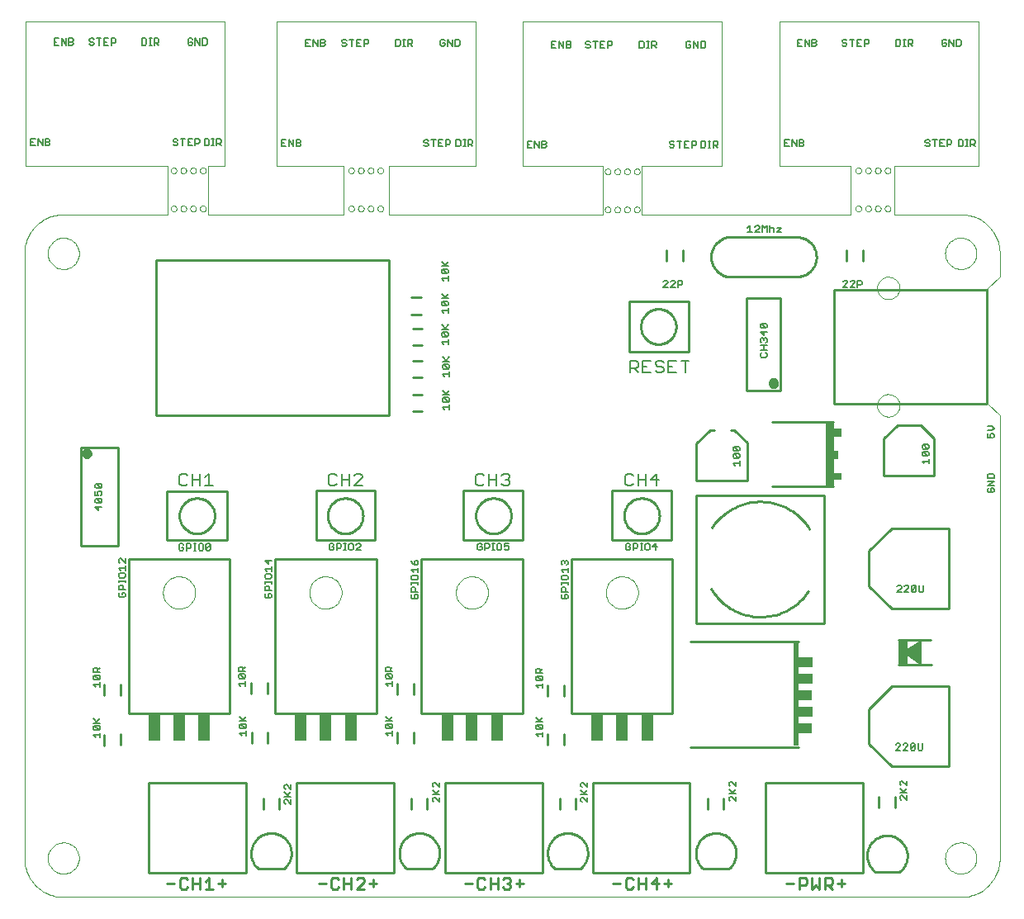
<source format=gto>
G75*
G70*
%OFA0B0*%
%FSLAX24Y24*%
%IPPOS*%
%LPD*%
%AMOC8*
5,1,8,0,0,1.08239X$1,22.5*
%
%ADD10C,0.0000*%
%ADD11C,0.0000*%
%ADD12C,0.0110*%
%ADD13C,0.0100*%
%ADD14R,0.0512X0.1102*%
%ADD15R,0.0512X0.1142*%
%ADD16R,0.0236X0.4173*%
%ADD17R,0.0709X0.0394*%
%ADD18R,0.0669X0.0394*%
%ADD19R,0.0630X0.0394*%
%ADD20R,0.0591X0.0394*%
%ADD21R,0.0433X0.0354*%
%ADD22R,0.0315X0.0354*%
%ADD23R,0.0433X0.0315*%
%ADD24R,0.0354X0.2677*%
%ADD25C,0.0050*%
%ADD26C,0.0080*%
%ADD27C,0.0070*%
D10*
X010848Y004483D02*
X010848Y028893D01*
X010850Y028970D01*
X010856Y029047D01*
X010865Y029124D01*
X010878Y029200D01*
X010895Y029276D01*
X010916Y029350D01*
X010940Y029424D01*
X010968Y029496D01*
X010999Y029566D01*
X011034Y029635D01*
X011072Y029703D01*
X011113Y029768D01*
X011158Y029831D01*
X011206Y029892D01*
X011256Y029951D01*
X011309Y030007D01*
X011365Y030060D01*
X011424Y030110D01*
X011485Y030158D01*
X011548Y030203D01*
X011613Y030244D01*
X011681Y030282D01*
X011750Y030317D01*
X011820Y030348D01*
X011892Y030376D01*
X011966Y030400D01*
X012040Y030421D01*
X012116Y030438D01*
X012192Y030451D01*
X012269Y030460D01*
X012346Y030466D01*
X012423Y030468D01*
X012423Y030467D02*
X016635Y030467D01*
X016635Y032436D01*
X010887Y032436D01*
X010887Y038263D01*
X018919Y038263D01*
X018919Y032436D01*
X018250Y032436D01*
X018250Y030467D01*
X023722Y030467D01*
X023722Y032436D01*
X021045Y032436D01*
X021045Y038263D01*
X029076Y038263D01*
X029076Y032436D01*
X025572Y032436D01*
X025572Y030467D01*
X034194Y030467D01*
X034194Y032436D01*
X030966Y032436D01*
X030966Y038263D01*
X038998Y038263D01*
X038998Y032436D01*
X035769Y032436D01*
X035769Y030467D01*
X044194Y030467D01*
X044194Y032436D01*
X041320Y032436D01*
X041320Y038263D01*
X049352Y038263D01*
X049352Y032436D01*
X045966Y032436D01*
X045966Y030467D01*
X048643Y030467D01*
X048643Y030468D02*
X048720Y030466D01*
X048797Y030460D01*
X048874Y030451D01*
X048950Y030438D01*
X049026Y030421D01*
X049100Y030400D01*
X049174Y030376D01*
X049246Y030348D01*
X049316Y030317D01*
X049385Y030282D01*
X049453Y030244D01*
X049518Y030203D01*
X049581Y030158D01*
X049642Y030110D01*
X049701Y030060D01*
X049757Y030007D01*
X049810Y029951D01*
X049860Y029892D01*
X049908Y029831D01*
X049953Y029768D01*
X049994Y029703D01*
X050032Y029635D01*
X050067Y029566D01*
X050098Y029496D01*
X050126Y029424D01*
X050150Y029350D01*
X050171Y029276D01*
X050188Y029200D01*
X050201Y029124D01*
X050210Y029047D01*
X050216Y028970D01*
X050218Y028893D01*
X050218Y027948D01*
X049746Y027475D01*
X049746Y022830D01*
X050218Y022357D01*
X050218Y004483D01*
X050216Y004406D01*
X050210Y004329D01*
X050201Y004252D01*
X050188Y004176D01*
X050171Y004100D01*
X050150Y004026D01*
X050126Y003952D01*
X050098Y003880D01*
X050067Y003810D01*
X050032Y003741D01*
X049994Y003673D01*
X049953Y003608D01*
X049908Y003545D01*
X049860Y003484D01*
X049810Y003425D01*
X049757Y003369D01*
X049701Y003316D01*
X049642Y003266D01*
X049581Y003218D01*
X049518Y003173D01*
X049453Y003132D01*
X049385Y003094D01*
X049316Y003059D01*
X049246Y003028D01*
X049174Y003000D01*
X049100Y002976D01*
X049026Y002955D01*
X048950Y002938D01*
X048874Y002925D01*
X048797Y002916D01*
X048720Y002910D01*
X048643Y002908D01*
X012423Y002908D01*
X012346Y002910D01*
X012269Y002916D01*
X012192Y002925D01*
X012116Y002938D01*
X012040Y002955D01*
X011966Y002976D01*
X011892Y003000D01*
X011820Y003028D01*
X011750Y003059D01*
X011681Y003094D01*
X011613Y003132D01*
X011548Y003173D01*
X011485Y003218D01*
X011424Y003266D01*
X011365Y003316D01*
X011309Y003369D01*
X011256Y003425D01*
X011206Y003484D01*
X011158Y003545D01*
X011113Y003608D01*
X011072Y003673D01*
X011034Y003741D01*
X010999Y003810D01*
X010968Y003880D01*
X010940Y003952D01*
X010916Y004026D01*
X010895Y004100D01*
X010878Y004176D01*
X010865Y004252D01*
X010856Y004329D01*
X010850Y004406D01*
X010848Y004483D01*
D11*
X011793Y004483D02*
X011795Y004533D01*
X011801Y004583D01*
X011811Y004632D01*
X011825Y004680D01*
X011842Y004727D01*
X011863Y004772D01*
X011888Y004816D01*
X011916Y004857D01*
X011948Y004896D01*
X011982Y004933D01*
X012019Y004967D01*
X012059Y004997D01*
X012101Y005024D01*
X012145Y005048D01*
X012191Y005069D01*
X012238Y005085D01*
X012286Y005098D01*
X012336Y005107D01*
X012385Y005112D01*
X012436Y005113D01*
X012486Y005110D01*
X012535Y005103D01*
X012584Y005092D01*
X012632Y005077D01*
X012678Y005059D01*
X012723Y005037D01*
X012766Y005011D01*
X012807Y004982D01*
X012846Y004950D01*
X012882Y004915D01*
X012914Y004877D01*
X012944Y004837D01*
X012971Y004794D01*
X012994Y004750D01*
X013013Y004704D01*
X013029Y004656D01*
X013041Y004607D01*
X013049Y004558D01*
X013053Y004508D01*
X013053Y004458D01*
X013049Y004408D01*
X013041Y004359D01*
X013029Y004310D01*
X013013Y004262D01*
X012994Y004216D01*
X012971Y004172D01*
X012944Y004129D01*
X012914Y004089D01*
X012882Y004051D01*
X012846Y004016D01*
X012807Y003984D01*
X012766Y003955D01*
X012723Y003929D01*
X012678Y003907D01*
X012632Y003889D01*
X012584Y003874D01*
X012535Y003863D01*
X012486Y003856D01*
X012436Y003853D01*
X012385Y003854D01*
X012336Y003859D01*
X012286Y003868D01*
X012238Y003881D01*
X012191Y003897D01*
X012145Y003918D01*
X012101Y003942D01*
X012059Y003969D01*
X012019Y003999D01*
X011982Y004033D01*
X011948Y004070D01*
X011916Y004109D01*
X011888Y004150D01*
X011863Y004194D01*
X011842Y004239D01*
X011825Y004286D01*
X011811Y004334D01*
X011801Y004383D01*
X011795Y004433D01*
X011793Y004483D01*
X016441Y015202D02*
X016443Y015252D01*
X016449Y015302D01*
X016459Y015352D01*
X016472Y015400D01*
X016489Y015448D01*
X016510Y015494D01*
X016534Y015538D01*
X016562Y015580D01*
X016593Y015620D01*
X016627Y015657D01*
X016664Y015692D01*
X016703Y015723D01*
X016744Y015752D01*
X016788Y015777D01*
X016834Y015799D01*
X016881Y015817D01*
X016929Y015831D01*
X016978Y015842D01*
X017028Y015849D01*
X017078Y015852D01*
X017129Y015851D01*
X017179Y015846D01*
X017229Y015837D01*
X017277Y015825D01*
X017325Y015808D01*
X017371Y015788D01*
X017416Y015765D01*
X017459Y015738D01*
X017499Y015708D01*
X017537Y015675D01*
X017572Y015639D01*
X017605Y015600D01*
X017634Y015559D01*
X017660Y015516D01*
X017683Y015471D01*
X017702Y015424D01*
X017717Y015376D01*
X017729Y015327D01*
X017737Y015277D01*
X017741Y015227D01*
X017741Y015177D01*
X017737Y015127D01*
X017729Y015077D01*
X017717Y015028D01*
X017702Y014980D01*
X017683Y014933D01*
X017660Y014888D01*
X017634Y014845D01*
X017605Y014804D01*
X017572Y014765D01*
X017537Y014729D01*
X017499Y014696D01*
X017459Y014666D01*
X017416Y014639D01*
X017371Y014616D01*
X017325Y014596D01*
X017277Y014579D01*
X017229Y014567D01*
X017179Y014558D01*
X017129Y014553D01*
X017078Y014552D01*
X017028Y014555D01*
X016978Y014562D01*
X016929Y014573D01*
X016881Y014587D01*
X016834Y014605D01*
X016788Y014627D01*
X016744Y014652D01*
X016703Y014681D01*
X016664Y014712D01*
X016627Y014747D01*
X016593Y014784D01*
X016562Y014824D01*
X016534Y014866D01*
X016510Y014910D01*
X016489Y014956D01*
X016472Y015004D01*
X016459Y015052D01*
X016449Y015102D01*
X016443Y015152D01*
X016441Y015202D01*
X022352Y015202D02*
X022354Y015252D01*
X022360Y015302D01*
X022370Y015352D01*
X022383Y015400D01*
X022400Y015448D01*
X022421Y015494D01*
X022445Y015538D01*
X022473Y015580D01*
X022504Y015620D01*
X022538Y015657D01*
X022575Y015692D01*
X022614Y015723D01*
X022655Y015752D01*
X022699Y015777D01*
X022745Y015799D01*
X022792Y015817D01*
X022840Y015831D01*
X022889Y015842D01*
X022939Y015849D01*
X022989Y015852D01*
X023040Y015851D01*
X023090Y015846D01*
X023140Y015837D01*
X023188Y015825D01*
X023236Y015808D01*
X023282Y015788D01*
X023327Y015765D01*
X023370Y015738D01*
X023410Y015708D01*
X023448Y015675D01*
X023483Y015639D01*
X023516Y015600D01*
X023545Y015559D01*
X023571Y015516D01*
X023594Y015471D01*
X023613Y015424D01*
X023628Y015376D01*
X023640Y015327D01*
X023648Y015277D01*
X023652Y015227D01*
X023652Y015177D01*
X023648Y015127D01*
X023640Y015077D01*
X023628Y015028D01*
X023613Y014980D01*
X023594Y014933D01*
X023571Y014888D01*
X023545Y014845D01*
X023516Y014804D01*
X023483Y014765D01*
X023448Y014729D01*
X023410Y014696D01*
X023370Y014666D01*
X023327Y014639D01*
X023282Y014616D01*
X023236Y014596D01*
X023188Y014579D01*
X023140Y014567D01*
X023090Y014558D01*
X023040Y014553D01*
X022989Y014552D01*
X022939Y014555D01*
X022889Y014562D01*
X022840Y014573D01*
X022792Y014587D01*
X022745Y014605D01*
X022699Y014627D01*
X022655Y014652D01*
X022614Y014681D01*
X022575Y014712D01*
X022538Y014747D01*
X022504Y014784D01*
X022473Y014824D01*
X022445Y014866D01*
X022421Y014910D01*
X022400Y014956D01*
X022383Y015004D01*
X022370Y015052D01*
X022360Y015102D01*
X022354Y015152D01*
X022352Y015202D01*
X028263Y015202D02*
X028265Y015252D01*
X028271Y015302D01*
X028281Y015352D01*
X028294Y015400D01*
X028311Y015448D01*
X028332Y015494D01*
X028356Y015538D01*
X028384Y015580D01*
X028415Y015620D01*
X028449Y015657D01*
X028486Y015692D01*
X028525Y015723D01*
X028566Y015752D01*
X028610Y015777D01*
X028656Y015799D01*
X028703Y015817D01*
X028751Y015831D01*
X028800Y015842D01*
X028850Y015849D01*
X028900Y015852D01*
X028951Y015851D01*
X029001Y015846D01*
X029051Y015837D01*
X029099Y015825D01*
X029147Y015808D01*
X029193Y015788D01*
X029238Y015765D01*
X029281Y015738D01*
X029321Y015708D01*
X029359Y015675D01*
X029394Y015639D01*
X029427Y015600D01*
X029456Y015559D01*
X029482Y015516D01*
X029505Y015471D01*
X029524Y015424D01*
X029539Y015376D01*
X029551Y015327D01*
X029559Y015277D01*
X029563Y015227D01*
X029563Y015177D01*
X029559Y015127D01*
X029551Y015077D01*
X029539Y015028D01*
X029524Y014980D01*
X029505Y014933D01*
X029482Y014888D01*
X029456Y014845D01*
X029427Y014804D01*
X029394Y014765D01*
X029359Y014729D01*
X029321Y014696D01*
X029281Y014666D01*
X029238Y014639D01*
X029193Y014616D01*
X029147Y014596D01*
X029099Y014579D01*
X029051Y014567D01*
X029001Y014558D01*
X028951Y014553D01*
X028900Y014552D01*
X028850Y014555D01*
X028800Y014562D01*
X028751Y014573D01*
X028703Y014587D01*
X028656Y014605D01*
X028610Y014627D01*
X028566Y014652D01*
X028525Y014681D01*
X028486Y014712D01*
X028449Y014747D01*
X028415Y014784D01*
X028384Y014824D01*
X028356Y014866D01*
X028332Y014910D01*
X028311Y014956D01*
X028294Y015004D01*
X028281Y015052D01*
X028271Y015102D01*
X028265Y015152D01*
X028263Y015202D01*
X034319Y015202D02*
X034321Y015252D01*
X034327Y015302D01*
X034337Y015352D01*
X034350Y015400D01*
X034367Y015448D01*
X034388Y015494D01*
X034412Y015538D01*
X034440Y015580D01*
X034471Y015620D01*
X034505Y015657D01*
X034542Y015692D01*
X034581Y015723D01*
X034622Y015752D01*
X034666Y015777D01*
X034712Y015799D01*
X034759Y015817D01*
X034807Y015831D01*
X034856Y015842D01*
X034906Y015849D01*
X034956Y015852D01*
X035007Y015851D01*
X035057Y015846D01*
X035107Y015837D01*
X035155Y015825D01*
X035203Y015808D01*
X035249Y015788D01*
X035294Y015765D01*
X035337Y015738D01*
X035377Y015708D01*
X035415Y015675D01*
X035450Y015639D01*
X035483Y015600D01*
X035512Y015559D01*
X035538Y015516D01*
X035561Y015471D01*
X035580Y015424D01*
X035595Y015376D01*
X035607Y015327D01*
X035615Y015277D01*
X035619Y015227D01*
X035619Y015177D01*
X035615Y015127D01*
X035607Y015077D01*
X035595Y015028D01*
X035580Y014980D01*
X035561Y014933D01*
X035538Y014888D01*
X035512Y014845D01*
X035483Y014804D01*
X035450Y014765D01*
X035415Y014729D01*
X035377Y014696D01*
X035337Y014666D01*
X035294Y014639D01*
X035249Y014616D01*
X035203Y014596D01*
X035155Y014579D01*
X035107Y014567D01*
X035057Y014558D01*
X035007Y014553D01*
X034956Y014552D01*
X034906Y014555D01*
X034856Y014562D01*
X034807Y014573D01*
X034759Y014587D01*
X034712Y014605D01*
X034666Y014627D01*
X034622Y014652D01*
X034581Y014681D01*
X034542Y014712D01*
X034505Y014747D01*
X034471Y014784D01*
X034440Y014824D01*
X034412Y014866D01*
X034388Y014910D01*
X034367Y014956D01*
X034350Y015004D01*
X034337Y015052D01*
X034327Y015102D01*
X034321Y015152D01*
X034319Y015202D01*
X045265Y022756D02*
X045267Y022798D01*
X045273Y022840D01*
X045283Y022882D01*
X045296Y022922D01*
X045314Y022961D01*
X045335Y022998D01*
X045359Y023032D01*
X045387Y023065D01*
X045417Y023095D01*
X045450Y023121D01*
X045485Y023145D01*
X045523Y023165D01*
X045562Y023181D01*
X045602Y023194D01*
X045644Y023203D01*
X045686Y023208D01*
X045729Y023209D01*
X045771Y023206D01*
X045813Y023199D01*
X045854Y023188D01*
X045894Y023173D01*
X045932Y023155D01*
X045969Y023133D01*
X046003Y023108D01*
X046035Y023080D01*
X046063Y023049D01*
X046089Y023015D01*
X046112Y022979D01*
X046131Y022942D01*
X046147Y022902D01*
X046159Y022861D01*
X046167Y022820D01*
X046171Y022777D01*
X046171Y022735D01*
X046167Y022692D01*
X046159Y022651D01*
X046147Y022610D01*
X046131Y022570D01*
X046112Y022533D01*
X046089Y022497D01*
X046063Y022463D01*
X046035Y022432D01*
X046003Y022404D01*
X045969Y022379D01*
X045932Y022357D01*
X045894Y022339D01*
X045854Y022324D01*
X045813Y022313D01*
X045771Y022306D01*
X045729Y022303D01*
X045686Y022304D01*
X045644Y022309D01*
X045602Y022318D01*
X045562Y022331D01*
X045523Y022347D01*
X045485Y022367D01*
X045450Y022391D01*
X045417Y022417D01*
X045387Y022447D01*
X045359Y022480D01*
X045335Y022514D01*
X045314Y022551D01*
X045296Y022590D01*
X045283Y022630D01*
X045273Y022672D01*
X045267Y022714D01*
X045265Y022756D01*
X045265Y027496D02*
X045267Y027538D01*
X045273Y027580D01*
X045283Y027622D01*
X045296Y027662D01*
X045314Y027701D01*
X045335Y027738D01*
X045359Y027772D01*
X045387Y027805D01*
X045417Y027835D01*
X045450Y027861D01*
X045485Y027885D01*
X045523Y027905D01*
X045562Y027921D01*
X045602Y027934D01*
X045644Y027943D01*
X045686Y027948D01*
X045729Y027949D01*
X045771Y027946D01*
X045813Y027939D01*
X045854Y027928D01*
X045894Y027913D01*
X045932Y027895D01*
X045969Y027873D01*
X046003Y027848D01*
X046035Y027820D01*
X046063Y027789D01*
X046089Y027755D01*
X046112Y027719D01*
X046131Y027682D01*
X046147Y027642D01*
X046159Y027601D01*
X046167Y027560D01*
X046171Y027517D01*
X046171Y027475D01*
X046167Y027432D01*
X046159Y027391D01*
X046147Y027350D01*
X046131Y027310D01*
X046112Y027273D01*
X046089Y027237D01*
X046063Y027203D01*
X046035Y027172D01*
X046003Y027144D01*
X045969Y027119D01*
X045932Y027097D01*
X045894Y027079D01*
X045854Y027064D01*
X045813Y027053D01*
X045771Y027046D01*
X045729Y027043D01*
X045686Y027044D01*
X045644Y027049D01*
X045602Y027058D01*
X045562Y027071D01*
X045523Y027087D01*
X045485Y027107D01*
X045450Y027131D01*
X045417Y027157D01*
X045387Y027187D01*
X045359Y027220D01*
X045335Y027254D01*
X045314Y027291D01*
X045296Y027330D01*
X045283Y027370D01*
X045273Y027412D01*
X045267Y027454D01*
X045265Y027496D01*
X048013Y028893D02*
X048015Y028943D01*
X048021Y028993D01*
X048031Y029042D01*
X048045Y029090D01*
X048062Y029137D01*
X048083Y029182D01*
X048108Y029226D01*
X048136Y029267D01*
X048168Y029306D01*
X048202Y029343D01*
X048239Y029377D01*
X048279Y029407D01*
X048321Y029434D01*
X048365Y029458D01*
X048411Y029479D01*
X048458Y029495D01*
X048506Y029508D01*
X048556Y029517D01*
X048605Y029522D01*
X048656Y029523D01*
X048706Y029520D01*
X048755Y029513D01*
X048804Y029502D01*
X048852Y029487D01*
X048898Y029469D01*
X048943Y029447D01*
X048986Y029421D01*
X049027Y029392D01*
X049066Y029360D01*
X049102Y029325D01*
X049134Y029287D01*
X049164Y029247D01*
X049191Y029204D01*
X049214Y029160D01*
X049233Y029114D01*
X049249Y029066D01*
X049261Y029017D01*
X049269Y028968D01*
X049273Y028918D01*
X049273Y028868D01*
X049269Y028818D01*
X049261Y028769D01*
X049249Y028720D01*
X049233Y028672D01*
X049214Y028626D01*
X049191Y028582D01*
X049164Y028539D01*
X049134Y028499D01*
X049102Y028461D01*
X049066Y028426D01*
X049027Y028394D01*
X048986Y028365D01*
X048943Y028339D01*
X048898Y028317D01*
X048852Y028299D01*
X048804Y028284D01*
X048755Y028273D01*
X048706Y028266D01*
X048656Y028263D01*
X048605Y028264D01*
X048556Y028269D01*
X048506Y028278D01*
X048458Y028291D01*
X048411Y028307D01*
X048365Y028328D01*
X048321Y028352D01*
X048279Y028379D01*
X048239Y028409D01*
X048202Y028443D01*
X048168Y028480D01*
X048136Y028519D01*
X048108Y028560D01*
X048083Y028604D01*
X048062Y028649D01*
X048045Y028696D01*
X048031Y028744D01*
X048021Y028793D01*
X048015Y028843D01*
X048013Y028893D01*
X045573Y030704D02*
X045575Y030725D01*
X045581Y030745D01*
X045590Y030765D01*
X045602Y030782D01*
X045617Y030796D01*
X045635Y030808D01*
X045655Y030816D01*
X045675Y030821D01*
X045696Y030822D01*
X045717Y030819D01*
X045737Y030813D01*
X045756Y030802D01*
X045773Y030789D01*
X045786Y030773D01*
X045797Y030755D01*
X045805Y030735D01*
X045809Y030715D01*
X045809Y030693D01*
X045805Y030673D01*
X045797Y030653D01*
X045786Y030635D01*
X045773Y030619D01*
X045756Y030606D01*
X045737Y030595D01*
X045717Y030589D01*
X045696Y030586D01*
X045675Y030587D01*
X045655Y030592D01*
X045635Y030600D01*
X045617Y030612D01*
X045602Y030626D01*
X045590Y030643D01*
X045581Y030663D01*
X045575Y030683D01*
X045573Y030704D01*
X045179Y030704D02*
X045181Y030725D01*
X045187Y030745D01*
X045196Y030765D01*
X045208Y030782D01*
X045223Y030796D01*
X045241Y030808D01*
X045261Y030816D01*
X045281Y030821D01*
X045302Y030822D01*
X045323Y030819D01*
X045343Y030813D01*
X045362Y030802D01*
X045379Y030789D01*
X045392Y030773D01*
X045403Y030755D01*
X045411Y030735D01*
X045415Y030715D01*
X045415Y030693D01*
X045411Y030673D01*
X045403Y030653D01*
X045392Y030635D01*
X045379Y030619D01*
X045362Y030606D01*
X045343Y030595D01*
X045323Y030589D01*
X045302Y030586D01*
X045281Y030587D01*
X045261Y030592D01*
X045241Y030600D01*
X045223Y030612D01*
X045208Y030626D01*
X045196Y030643D01*
X045187Y030663D01*
X045181Y030683D01*
X045179Y030704D01*
X044785Y030704D02*
X044787Y030725D01*
X044793Y030745D01*
X044802Y030765D01*
X044814Y030782D01*
X044829Y030796D01*
X044847Y030808D01*
X044867Y030816D01*
X044887Y030821D01*
X044908Y030822D01*
X044929Y030819D01*
X044949Y030813D01*
X044968Y030802D01*
X044985Y030789D01*
X044998Y030773D01*
X045009Y030755D01*
X045017Y030735D01*
X045021Y030715D01*
X045021Y030693D01*
X045017Y030673D01*
X045009Y030653D01*
X044998Y030635D01*
X044985Y030619D01*
X044968Y030606D01*
X044949Y030595D01*
X044929Y030589D01*
X044908Y030586D01*
X044887Y030587D01*
X044867Y030592D01*
X044847Y030600D01*
X044829Y030612D01*
X044814Y030626D01*
X044802Y030643D01*
X044793Y030663D01*
X044787Y030683D01*
X044785Y030704D01*
X044391Y030704D02*
X044393Y030725D01*
X044399Y030745D01*
X044408Y030765D01*
X044420Y030782D01*
X044435Y030796D01*
X044453Y030808D01*
X044473Y030816D01*
X044493Y030821D01*
X044514Y030822D01*
X044535Y030819D01*
X044555Y030813D01*
X044574Y030802D01*
X044591Y030789D01*
X044604Y030773D01*
X044615Y030755D01*
X044623Y030735D01*
X044627Y030715D01*
X044627Y030693D01*
X044623Y030673D01*
X044615Y030653D01*
X044604Y030635D01*
X044591Y030619D01*
X044574Y030606D01*
X044555Y030595D01*
X044535Y030589D01*
X044514Y030586D01*
X044493Y030587D01*
X044473Y030592D01*
X044453Y030600D01*
X044435Y030612D01*
X044420Y030626D01*
X044408Y030643D01*
X044399Y030663D01*
X044393Y030683D01*
X044391Y030704D01*
X044391Y032239D02*
X044393Y032260D01*
X044399Y032280D01*
X044408Y032300D01*
X044420Y032317D01*
X044435Y032331D01*
X044453Y032343D01*
X044473Y032351D01*
X044493Y032356D01*
X044514Y032357D01*
X044535Y032354D01*
X044555Y032348D01*
X044574Y032337D01*
X044591Y032324D01*
X044604Y032308D01*
X044615Y032290D01*
X044623Y032270D01*
X044627Y032250D01*
X044627Y032228D01*
X044623Y032208D01*
X044615Y032188D01*
X044604Y032170D01*
X044591Y032154D01*
X044574Y032141D01*
X044555Y032130D01*
X044535Y032124D01*
X044514Y032121D01*
X044493Y032122D01*
X044473Y032127D01*
X044453Y032135D01*
X044435Y032147D01*
X044420Y032161D01*
X044408Y032178D01*
X044399Y032198D01*
X044393Y032218D01*
X044391Y032239D01*
X044785Y032239D02*
X044787Y032260D01*
X044793Y032280D01*
X044802Y032300D01*
X044814Y032317D01*
X044829Y032331D01*
X044847Y032343D01*
X044867Y032351D01*
X044887Y032356D01*
X044908Y032357D01*
X044929Y032354D01*
X044949Y032348D01*
X044968Y032337D01*
X044985Y032324D01*
X044998Y032308D01*
X045009Y032290D01*
X045017Y032270D01*
X045021Y032250D01*
X045021Y032228D01*
X045017Y032208D01*
X045009Y032188D01*
X044998Y032170D01*
X044985Y032154D01*
X044968Y032141D01*
X044949Y032130D01*
X044929Y032124D01*
X044908Y032121D01*
X044887Y032122D01*
X044867Y032127D01*
X044847Y032135D01*
X044829Y032147D01*
X044814Y032161D01*
X044802Y032178D01*
X044793Y032198D01*
X044787Y032218D01*
X044785Y032239D01*
X045179Y032239D02*
X045181Y032260D01*
X045187Y032280D01*
X045196Y032300D01*
X045208Y032317D01*
X045223Y032331D01*
X045241Y032343D01*
X045261Y032351D01*
X045281Y032356D01*
X045302Y032357D01*
X045323Y032354D01*
X045343Y032348D01*
X045362Y032337D01*
X045379Y032324D01*
X045392Y032308D01*
X045403Y032290D01*
X045411Y032270D01*
X045415Y032250D01*
X045415Y032228D01*
X045411Y032208D01*
X045403Y032188D01*
X045392Y032170D01*
X045379Y032154D01*
X045362Y032141D01*
X045343Y032130D01*
X045323Y032124D01*
X045302Y032121D01*
X045281Y032122D01*
X045261Y032127D01*
X045241Y032135D01*
X045223Y032147D01*
X045208Y032161D01*
X045196Y032178D01*
X045187Y032198D01*
X045181Y032218D01*
X045179Y032239D01*
X045573Y032239D02*
X045575Y032260D01*
X045581Y032280D01*
X045590Y032300D01*
X045602Y032317D01*
X045617Y032331D01*
X045635Y032343D01*
X045655Y032351D01*
X045675Y032356D01*
X045696Y032357D01*
X045717Y032354D01*
X045737Y032348D01*
X045756Y032337D01*
X045773Y032324D01*
X045786Y032308D01*
X045797Y032290D01*
X045805Y032270D01*
X045809Y032250D01*
X045809Y032228D01*
X045805Y032208D01*
X045797Y032188D01*
X045786Y032170D01*
X045773Y032154D01*
X045756Y032141D01*
X045737Y032130D01*
X045717Y032124D01*
X045696Y032121D01*
X045675Y032122D01*
X045655Y032127D01*
X045635Y032135D01*
X045617Y032147D01*
X045602Y032161D01*
X045590Y032178D01*
X045581Y032198D01*
X045575Y032218D01*
X045573Y032239D01*
X035454Y032200D02*
X035456Y032221D01*
X035462Y032241D01*
X035471Y032261D01*
X035483Y032278D01*
X035498Y032292D01*
X035516Y032304D01*
X035536Y032312D01*
X035556Y032317D01*
X035577Y032318D01*
X035598Y032315D01*
X035618Y032309D01*
X035637Y032298D01*
X035654Y032285D01*
X035667Y032269D01*
X035678Y032251D01*
X035686Y032231D01*
X035690Y032211D01*
X035690Y032189D01*
X035686Y032169D01*
X035678Y032149D01*
X035667Y032131D01*
X035654Y032115D01*
X035637Y032102D01*
X035618Y032091D01*
X035598Y032085D01*
X035577Y032082D01*
X035556Y032083D01*
X035536Y032088D01*
X035516Y032096D01*
X035498Y032108D01*
X035483Y032122D01*
X035471Y032139D01*
X035462Y032159D01*
X035456Y032179D01*
X035454Y032200D01*
X035061Y032200D02*
X035063Y032221D01*
X035069Y032241D01*
X035078Y032261D01*
X035090Y032278D01*
X035105Y032292D01*
X035123Y032304D01*
X035143Y032312D01*
X035163Y032317D01*
X035184Y032318D01*
X035205Y032315D01*
X035225Y032309D01*
X035244Y032298D01*
X035261Y032285D01*
X035274Y032269D01*
X035285Y032251D01*
X035293Y032231D01*
X035297Y032211D01*
X035297Y032189D01*
X035293Y032169D01*
X035285Y032149D01*
X035274Y032131D01*
X035261Y032115D01*
X035244Y032102D01*
X035225Y032091D01*
X035205Y032085D01*
X035184Y032082D01*
X035163Y032083D01*
X035143Y032088D01*
X035123Y032096D01*
X035105Y032108D01*
X035090Y032122D01*
X035078Y032139D01*
X035069Y032159D01*
X035063Y032179D01*
X035061Y032200D01*
X034667Y032200D02*
X034669Y032221D01*
X034675Y032241D01*
X034684Y032261D01*
X034696Y032278D01*
X034711Y032292D01*
X034729Y032304D01*
X034749Y032312D01*
X034769Y032317D01*
X034790Y032318D01*
X034811Y032315D01*
X034831Y032309D01*
X034850Y032298D01*
X034867Y032285D01*
X034880Y032269D01*
X034891Y032251D01*
X034899Y032231D01*
X034903Y032211D01*
X034903Y032189D01*
X034899Y032169D01*
X034891Y032149D01*
X034880Y032131D01*
X034867Y032115D01*
X034850Y032102D01*
X034831Y032091D01*
X034811Y032085D01*
X034790Y032082D01*
X034769Y032083D01*
X034749Y032088D01*
X034729Y032096D01*
X034711Y032108D01*
X034696Y032122D01*
X034684Y032139D01*
X034675Y032159D01*
X034669Y032179D01*
X034667Y032200D01*
X034273Y032200D02*
X034275Y032221D01*
X034281Y032241D01*
X034290Y032261D01*
X034302Y032278D01*
X034317Y032292D01*
X034335Y032304D01*
X034355Y032312D01*
X034375Y032317D01*
X034396Y032318D01*
X034417Y032315D01*
X034437Y032309D01*
X034456Y032298D01*
X034473Y032285D01*
X034486Y032269D01*
X034497Y032251D01*
X034505Y032231D01*
X034509Y032211D01*
X034509Y032189D01*
X034505Y032169D01*
X034497Y032149D01*
X034486Y032131D01*
X034473Y032115D01*
X034456Y032102D01*
X034437Y032091D01*
X034417Y032085D01*
X034396Y032082D01*
X034375Y032083D01*
X034355Y032088D01*
X034335Y032096D01*
X034317Y032108D01*
X034302Y032122D01*
X034290Y032139D01*
X034281Y032159D01*
X034275Y032179D01*
X034273Y032200D01*
X034273Y030664D02*
X034275Y030685D01*
X034281Y030705D01*
X034290Y030725D01*
X034302Y030742D01*
X034317Y030756D01*
X034335Y030768D01*
X034355Y030776D01*
X034375Y030781D01*
X034396Y030782D01*
X034417Y030779D01*
X034437Y030773D01*
X034456Y030762D01*
X034473Y030749D01*
X034486Y030733D01*
X034497Y030715D01*
X034505Y030695D01*
X034509Y030675D01*
X034509Y030653D01*
X034505Y030633D01*
X034497Y030613D01*
X034486Y030595D01*
X034473Y030579D01*
X034456Y030566D01*
X034437Y030555D01*
X034417Y030549D01*
X034396Y030546D01*
X034375Y030547D01*
X034355Y030552D01*
X034335Y030560D01*
X034317Y030572D01*
X034302Y030586D01*
X034290Y030603D01*
X034281Y030623D01*
X034275Y030643D01*
X034273Y030664D01*
X034667Y030664D02*
X034669Y030685D01*
X034675Y030705D01*
X034684Y030725D01*
X034696Y030742D01*
X034711Y030756D01*
X034729Y030768D01*
X034749Y030776D01*
X034769Y030781D01*
X034790Y030782D01*
X034811Y030779D01*
X034831Y030773D01*
X034850Y030762D01*
X034867Y030749D01*
X034880Y030733D01*
X034891Y030715D01*
X034899Y030695D01*
X034903Y030675D01*
X034903Y030653D01*
X034899Y030633D01*
X034891Y030613D01*
X034880Y030595D01*
X034867Y030579D01*
X034850Y030566D01*
X034831Y030555D01*
X034811Y030549D01*
X034790Y030546D01*
X034769Y030547D01*
X034749Y030552D01*
X034729Y030560D01*
X034711Y030572D01*
X034696Y030586D01*
X034684Y030603D01*
X034675Y030623D01*
X034669Y030643D01*
X034667Y030664D01*
X035061Y030664D02*
X035063Y030685D01*
X035069Y030705D01*
X035078Y030725D01*
X035090Y030742D01*
X035105Y030756D01*
X035123Y030768D01*
X035143Y030776D01*
X035163Y030781D01*
X035184Y030782D01*
X035205Y030779D01*
X035225Y030773D01*
X035244Y030762D01*
X035261Y030749D01*
X035274Y030733D01*
X035285Y030715D01*
X035293Y030695D01*
X035297Y030675D01*
X035297Y030653D01*
X035293Y030633D01*
X035285Y030613D01*
X035274Y030595D01*
X035261Y030579D01*
X035244Y030566D01*
X035225Y030555D01*
X035205Y030549D01*
X035184Y030546D01*
X035163Y030547D01*
X035143Y030552D01*
X035123Y030560D01*
X035105Y030572D01*
X035090Y030586D01*
X035078Y030603D01*
X035069Y030623D01*
X035063Y030643D01*
X035061Y030664D01*
X035454Y030664D02*
X035456Y030685D01*
X035462Y030705D01*
X035471Y030725D01*
X035483Y030742D01*
X035498Y030756D01*
X035516Y030768D01*
X035536Y030776D01*
X035556Y030781D01*
X035577Y030782D01*
X035598Y030779D01*
X035618Y030773D01*
X035637Y030762D01*
X035654Y030749D01*
X035667Y030733D01*
X035678Y030715D01*
X035686Y030695D01*
X035690Y030675D01*
X035690Y030653D01*
X035686Y030633D01*
X035678Y030613D01*
X035667Y030595D01*
X035654Y030579D01*
X035637Y030566D01*
X035618Y030555D01*
X035598Y030549D01*
X035577Y030546D01*
X035556Y030547D01*
X035536Y030552D01*
X035516Y030560D01*
X035498Y030572D01*
X035483Y030586D01*
X035471Y030603D01*
X035462Y030623D01*
X035456Y030643D01*
X035454Y030664D01*
X025100Y030704D02*
X025102Y030725D01*
X025108Y030745D01*
X025117Y030765D01*
X025129Y030782D01*
X025144Y030796D01*
X025162Y030808D01*
X025182Y030816D01*
X025202Y030821D01*
X025223Y030822D01*
X025244Y030819D01*
X025264Y030813D01*
X025283Y030802D01*
X025300Y030789D01*
X025313Y030773D01*
X025324Y030755D01*
X025332Y030735D01*
X025336Y030715D01*
X025336Y030693D01*
X025332Y030673D01*
X025324Y030653D01*
X025313Y030635D01*
X025300Y030619D01*
X025283Y030606D01*
X025264Y030595D01*
X025244Y030589D01*
X025223Y030586D01*
X025202Y030587D01*
X025182Y030592D01*
X025162Y030600D01*
X025144Y030612D01*
X025129Y030626D01*
X025117Y030643D01*
X025108Y030663D01*
X025102Y030683D01*
X025100Y030704D01*
X024706Y030704D02*
X024708Y030725D01*
X024714Y030745D01*
X024723Y030765D01*
X024735Y030782D01*
X024750Y030796D01*
X024768Y030808D01*
X024788Y030816D01*
X024808Y030821D01*
X024829Y030822D01*
X024850Y030819D01*
X024870Y030813D01*
X024889Y030802D01*
X024906Y030789D01*
X024919Y030773D01*
X024930Y030755D01*
X024938Y030735D01*
X024942Y030715D01*
X024942Y030693D01*
X024938Y030673D01*
X024930Y030653D01*
X024919Y030635D01*
X024906Y030619D01*
X024889Y030606D01*
X024870Y030595D01*
X024850Y030589D01*
X024829Y030586D01*
X024808Y030587D01*
X024788Y030592D01*
X024768Y030600D01*
X024750Y030612D01*
X024735Y030626D01*
X024723Y030643D01*
X024714Y030663D01*
X024708Y030683D01*
X024706Y030704D01*
X024313Y030704D02*
X024315Y030725D01*
X024321Y030745D01*
X024330Y030765D01*
X024342Y030782D01*
X024357Y030796D01*
X024375Y030808D01*
X024395Y030816D01*
X024415Y030821D01*
X024436Y030822D01*
X024457Y030819D01*
X024477Y030813D01*
X024496Y030802D01*
X024513Y030789D01*
X024526Y030773D01*
X024537Y030755D01*
X024545Y030735D01*
X024549Y030715D01*
X024549Y030693D01*
X024545Y030673D01*
X024537Y030653D01*
X024526Y030635D01*
X024513Y030619D01*
X024496Y030606D01*
X024477Y030595D01*
X024457Y030589D01*
X024436Y030586D01*
X024415Y030587D01*
X024395Y030592D01*
X024375Y030600D01*
X024357Y030612D01*
X024342Y030626D01*
X024330Y030643D01*
X024321Y030663D01*
X024315Y030683D01*
X024313Y030704D01*
X023919Y030704D02*
X023921Y030725D01*
X023927Y030745D01*
X023936Y030765D01*
X023948Y030782D01*
X023963Y030796D01*
X023981Y030808D01*
X024001Y030816D01*
X024021Y030821D01*
X024042Y030822D01*
X024063Y030819D01*
X024083Y030813D01*
X024102Y030802D01*
X024119Y030789D01*
X024132Y030773D01*
X024143Y030755D01*
X024151Y030735D01*
X024155Y030715D01*
X024155Y030693D01*
X024151Y030673D01*
X024143Y030653D01*
X024132Y030635D01*
X024119Y030619D01*
X024102Y030606D01*
X024083Y030595D01*
X024063Y030589D01*
X024042Y030586D01*
X024021Y030587D01*
X024001Y030592D01*
X023981Y030600D01*
X023963Y030612D01*
X023948Y030626D01*
X023936Y030643D01*
X023927Y030663D01*
X023921Y030683D01*
X023919Y030704D01*
X023919Y032239D02*
X023921Y032260D01*
X023927Y032280D01*
X023936Y032300D01*
X023948Y032317D01*
X023963Y032331D01*
X023981Y032343D01*
X024001Y032351D01*
X024021Y032356D01*
X024042Y032357D01*
X024063Y032354D01*
X024083Y032348D01*
X024102Y032337D01*
X024119Y032324D01*
X024132Y032308D01*
X024143Y032290D01*
X024151Y032270D01*
X024155Y032250D01*
X024155Y032228D01*
X024151Y032208D01*
X024143Y032188D01*
X024132Y032170D01*
X024119Y032154D01*
X024102Y032141D01*
X024083Y032130D01*
X024063Y032124D01*
X024042Y032121D01*
X024021Y032122D01*
X024001Y032127D01*
X023981Y032135D01*
X023963Y032147D01*
X023948Y032161D01*
X023936Y032178D01*
X023927Y032198D01*
X023921Y032218D01*
X023919Y032239D01*
X024313Y032239D02*
X024315Y032260D01*
X024321Y032280D01*
X024330Y032300D01*
X024342Y032317D01*
X024357Y032331D01*
X024375Y032343D01*
X024395Y032351D01*
X024415Y032356D01*
X024436Y032357D01*
X024457Y032354D01*
X024477Y032348D01*
X024496Y032337D01*
X024513Y032324D01*
X024526Y032308D01*
X024537Y032290D01*
X024545Y032270D01*
X024549Y032250D01*
X024549Y032228D01*
X024545Y032208D01*
X024537Y032188D01*
X024526Y032170D01*
X024513Y032154D01*
X024496Y032141D01*
X024477Y032130D01*
X024457Y032124D01*
X024436Y032121D01*
X024415Y032122D01*
X024395Y032127D01*
X024375Y032135D01*
X024357Y032147D01*
X024342Y032161D01*
X024330Y032178D01*
X024321Y032198D01*
X024315Y032218D01*
X024313Y032239D01*
X024706Y032239D02*
X024708Y032260D01*
X024714Y032280D01*
X024723Y032300D01*
X024735Y032317D01*
X024750Y032331D01*
X024768Y032343D01*
X024788Y032351D01*
X024808Y032356D01*
X024829Y032357D01*
X024850Y032354D01*
X024870Y032348D01*
X024889Y032337D01*
X024906Y032324D01*
X024919Y032308D01*
X024930Y032290D01*
X024938Y032270D01*
X024942Y032250D01*
X024942Y032228D01*
X024938Y032208D01*
X024930Y032188D01*
X024919Y032170D01*
X024906Y032154D01*
X024889Y032141D01*
X024870Y032130D01*
X024850Y032124D01*
X024829Y032121D01*
X024808Y032122D01*
X024788Y032127D01*
X024768Y032135D01*
X024750Y032147D01*
X024735Y032161D01*
X024723Y032178D01*
X024714Y032198D01*
X024708Y032218D01*
X024706Y032239D01*
X025100Y032239D02*
X025102Y032260D01*
X025108Y032280D01*
X025117Y032300D01*
X025129Y032317D01*
X025144Y032331D01*
X025162Y032343D01*
X025182Y032351D01*
X025202Y032356D01*
X025223Y032357D01*
X025244Y032354D01*
X025264Y032348D01*
X025283Y032337D01*
X025300Y032324D01*
X025313Y032308D01*
X025324Y032290D01*
X025332Y032270D01*
X025336Y032250D01*
X025336Y032228D01*
X025332Y032208D01*
X025324Y032188D01*
X025313Y032170D01*
X025300Y032154D01*
X025283Y032141D01*
X025264Y032130D01*
X025244Y032124D01*
X025223Y032121D01*
X025202Y032122D01*
X025182Y032127D01*
X025162Y032135D01*
X025144Y032147D01*
X025129Y032161D01*
X025117Y032178D01*
X025108Y032198D01*
X025102Y032218D01*
X025100Y032239D01*
X017935Y032239D02*
X017937Y032260D01*
X017943Y032280D01*
X017952Y032300D01*
X017964Y032317D01*
X017979Y032331D01*
X017997Y032343D01*
X018017Y032351D01*
X018037Y032356D01*
X018058Y032357D01*
X018079Y032354D01*
X018099Y032348D01*
X018118Y032337D01*
X018135Y032324D01*
X018148Y032308D01*
X018159Y032290D01*
X018167Y032270D01*
X018171Y032250D01*
X018171Y032228D01*
X018167Y032208D01*
X018159Y032188D01*
X018148Y032170D01*
X018135Y032154D01*
X018118Y032141D01*
X018099Y032130D01*
X018079Y032124D01*
X018058Y032121D01*
X018037Y032122D01*
X018017Y032127D01*
X017997Y032135D01*
X017979Y032147D01*
X017964Y032161D01*
X017952Y032178D01*
X017943Y032198D01*
X017937Y032218D01*
X017935Y032239D01*
X017541Y032239D02*
X017543Y032260D01*
X017549Y032280D01*
X017558Y032300D01*
X017570Y032317D01*
X017585Y032331D01*
X017603Y032343D01*
X017623Y032351D01*
X017643Y032356D01*
X017664Y032357D01*
X017685Y032354D01*
X017705Y032348D01*
X017724Y032337D01*
X017741Y032324D01*
X017754Y032308D01*
X017765Y032290D01*
X017773Y032270D01*
X017777Y032250D01*
X017777Y032228D01*
X017773Y032208D01*
X017765Y032188D01*
X017754Y032170D01*
X017741Y032154D01*
X017724Y032141D01*
X017705Y032130D01*
X017685Y032124D01*
X017664Y032121D01*
X017643Y032122D01*
X017623Y032127D01*
X017603Y032135D01*
X017585Y032147D01*
X017570Y032161D01*
X017558Y032178D01*
X017549Y032198D01*
X017543Y032218D01*
X017541Y032239D01*
X017147Y032239D02*
X017149Y032260D01*
X017155Y032280D01*
X017164Y032300D01*
X017176Y032317D01*
X017191Y032331D01*
X017209Y032343D01*
X017229Y032351D01*
X017249Y032356D01*
X017270Y032357D01*
X017291Y032354D01*
X017311Y032348D01*
X017330Y032337D01*
X017347Y032324D01*
X017360Y032308D01*
X017371Y032290D01*
X017379Y032270D01*
X017383Y032250D01*
X017383Y032228D01*
X017379Y032208D01*
X017371Y032188D01*
X017360Y032170D01*
X017347Y032154D01*
X017330Y032141D01*
X017311Y032130D01*
X017291Y032124D01*
X017270Y032121D01*
X017249Y032122D01*
X017229Y032127D01*
X017209Y032135D01*
X017191Y032147D01*
X017176Y032161D01*
X017164Y032178D01*
X017155Y032198D01*
X017149Y032218D01*
X017147Y032239D01*
X016754Y032239D02*
X016756Y032260D01*
X016762Y032280D01*
X016771Y032300D01*
X016783Y032317D01*
X016798Y032331D01*
X016816Y032343D01*
X016836Y032351D01*
X016856Y032356D01*
X016877Y032357D01*
X016898Y032354D01*
X016918Y032348D01*
X016937Y032337D01*
X016954Y032324D01*
X016967Y032308D01*
X016978Y032290D01*
X016986Y032270D01*
X016990Y032250D01*
X016990Y032228D01*
X016986Y032208D01*
X016978Y032188D01*
X016967Y032170D01*
X016954Y032154D01*
X016937Y032141D01*
X016918Y032130D01*
X016898Y032124D01*
X016877Y032121D01*
X016856Y032122D01*
X016836Y032127D01*
X016816Y032135D01*
X016798Y032147D01*
X016783Y032161D01*
X016771Y032178D01*
X016762Y032198D01*
X016756Y032218D01*
X016754Y032239D01*
X016754Y030704D02*
X016756Y030725D01*
X016762Y030745D01*
X016771Y030765D01*
X016783Y030782D01*
X016798Y030796D01*
X016816Y030808D01*
X016836Y030816D01*
X016856Y030821D01*
X016877Y030822D01*
X016898Y030819D01*
X016918Y030813D01*
X016937Y030802D01*
X016954Y030789D01*
X016967Y030773D01*
X016978Y030755D01*
X016986Y030735D01*
X016990Y030715D01*
X016990Y030693D01*
X016986Y030673D01*
X016978Y030653D01*
X016967Y030635D01*
X016954Y030619D01*
X016937Y030606D01*
X016918Y030595D01*
X016898Y030589D01*
X016877Y030586D01*
X016856Y030587D01*
X016836Y030592D01*
X016816Y030600D01*
X016798Y030612D01*
X016783Y030626D01*
X016771Y030643D01*
X016762Y030663D01*
X016756Y030683D01*
X016754Y030704D01*
X017147Y030704D02*
X017149Y030725D01*
X017155Y030745D01*
X017164Y030765D01*
X017176Y030782D01*
X017191Y030796D01*
X017209Y030808D01*
X017229Y030816D01*
X017249Y030821D01*
X017270Y030822D01*
X017291Y030819D01*
X017311Y030813D01*
X017330Y030802D01*
X017347Y030789D01*
X017360Y030773D01*
X017371Y030755D01*
X017379Y030735D01*
X017383Y030715D01*
X017383Y030693D01*
X017379Y030673D01*
X017371Y030653D01*
X017360Y030635D01*
X017347Y030619D01*
X017330Y030606D01*
X017311Y030595D01*
X017291Y030589D01*
X017270Y030586D01*
X017249Y030587D01*
X017229Y030592D01*
X017209Y030600D01*
X017191Y030612D01*
X017176Y030626D01*
X017164Y030643D01*
X017155Y030663D01*
X017149Y030683D01*
X017147Y030704D01*
X017541Y030704D02*
X017543Y030725D01*
X017549Y030745D01*
X017558Y030765D01*
X017570Y030782D01*
X017585Y030796D01*
X017603Y030808D01*
X017623Y030816D01*
X017643Y030821D01*
X017664Y030822D01*
X017685Y030819D01*
X017705Y030813D01*
X017724Y030802D01*
X017741Y030789D01*
X017754Y030773D01*
X017765Y030755D01*
X017773Y030735D01*
X017777Y030715D01*
X017777Y030693D01*
X017773Y030673D01*
X017765Y030653D01*
X017754Y030635D01*
X017741Y030619D01*
X017724Y030606D01*
X017705Y030595D01*
X017685Y030589D01*
X017664Y030586D01*
X017643Y030587D01*
X017623Y030592D01*
X017603Y030600D01*
X017585Y030612D01*
X017570Y030626D01*
X017558Y030643D01*
X017549Y030663D01*
X017543Y030683D01*
X017541Y030704D01*
X017935Y030704D02*
X017937Y030725D01*
X017943Y030745D01*
X017952Y030765D01*
X017964Y030782D01*
X017979Y030796D01*
X017997Y030808D01*
X018017Y030816D01*
X018037Y030821D01*
X018058Y030822D01*
X018079Y030819D01*
X018099Y030813D01*
X018118Y030802D01*
X018135Y030789D01*
X018148Y030773D01*
X018159Y030755D01*
X018167Y030735D01*
X018171Y030715D01*
X018171Y030693D01*
X018167Y030673D01*
X018159Y030653D01*
X018148Y030635D01*
X018135Y030619D01*
X018118Y030606D01*
X018099Y030595D01*
X018079Y030589D01*
X018058Y030586D01*
X018037Y030587D01*
X018017Y030592D01*
X017997Y030600D01*
X017979Y030612D01*
X017964Y030626D01*
X017952Y030643D01*
X017943Y030663D01*
X017937Y030683D01*
X017935Y030704D01*
X011793Y028893D02*
X011795Y028943D01*
X011801Y028993D01*
X011811Y029042D01*
X011825Y029090D01*
X011842Y029137D01*
X011863Y029182D01*
X011888Y029226D01*
X011916Y029267D01*
X011948Y029306D01*
X011982Y029343D01*
X012019Y029377D01*
X012059Y029407D01*
X012101Y029434D01*
X012145Y029458D01*
X012191Y029479D01*
X012238Y029495D01*
X012286Y029508D01*
X012336Y029517D01*
X012385Y029522D01*
X012436Y029523D01*
X012486Y029520D01*
X012535Y029513D01*
X012584Y029502D01*
X012632Y029487D01*
X012678Y029469D01*
X012723Y029447D01*
X012766Y029421D01*
X012807Y029392D01*
X012846Y029360D01*
X012882Y029325D01*
X012914Y029287D01*
X012944Y029247D01*
X012971Y029204D01*
X012994Y029160D01*
X013013Y029114D01*
X013029Y029066D01*
X013041Y029017D01*
X013049Y028968D01*
X013053Y028918D01*
X013053Y028868D01*
X013049Y028818D01*
X013041Y028769D01*
X013029Y028720D01*
X013013Y028672D01*
X012994Y028626D01*
X012971Y028582D01*
X012944Y028539D01*
X012914Y028499D01*
X012882Y028461D01*
X012846Y028426D01*
X012807Y028394D01*
X012766Y028365D01*
X012723Y028339D01*
X012678Y028317D01*
X012632Y028299D01*
X012584Y028284D01*
X012535Y028273D01*
X012486Y028266D01*
X012436Y028263D01*
X012385Y028264D01*
X012336Y028269D01*
X012286Y028278D01*
X012238Y028291D01*
X012191Y028307D01*
X012145Y028328D01*
X012101Y028352D01*
X012059Y028379D01*
X012019Y028409D01*
X011982Y028443D01*
X011948Y028480D01*
X011916Y028519D01*
X011888Y028560D01*
X011863Y028604D01*
X011842Y028649D01*
X011825Y028696D01*
X011811Y028744D01*
X011801Y028793D01*
X011795Y028843D01*
X011793Y028893D01*
X048013Y004483D02*
X048015Y004533D01*
X048021Y004583D01*
X048031Y004632D01*
X048045Y004680D01*
X048062Y004727D01*
X048083Y004772D01*
X048108Y004816D01*
X048136Y004857D01*
X048168Y004896D01*
X048202Y004933D01*
X048239Y004967D01*
X048279Y004997D01*
X048321Y005024D01*
X048365Y005048D01*
X048411Y005069D01*
X048458Y005085D01*
X048506Y005098D01*
X048556Y005107D01*
X048605Y005112D01*
X048656Y005113D01*
X048706Y005110D01*
X048755Y005103D01*
X048804Y005092D01*
X048852Y005077D01*
X048898Y005059D01*
X048943Y005037D01*
X048986Y005011D01*
X049027Y004982D01*
X049066Y004950D01*
X049102Y004915D01*
X049134Y004877D01*
X049164Y004837D01*
X049191Y004794D01*
X049214Y004750D01*
X049233Y004704D01*
X049249Y004656D01*
X049261Y004607D01*
X049269Y004558D01*
X049273Y004508D01*
X049273Y004458D01*
X049269Y004408D01*
X049261Y004359D01*
X049249Y004310D01*
X049233Y004262D01*
X049214Y004216D01*
X049191Y004172D01*
X049164Y004129D01*
X049134Y004089D01*
X049102Y004051D01*
X049066Y004016D01*
X049027Y003984D01*
X048986Y003955D01*
X048943Y003929D01*
X048898Y003907D01*
X048852Y003889D01*
X048804Y003874D01*
X048755Y003863D01*
X048706Y003856D01*
X048656Y003853D01*
X048605Y003854D01*
X048556Y003859D01*
X048506Y003868D01*
X048458Y003881D01*
X048411Y003897D01*
X048365Y003918D01*
X048321Y003942D01*
X048279Y003969D01*
X048239Y003999D01*
X048202Y004033D01*
X048168Y004070D01*
X048136Y004109D01*
X048108Y004150D01*
X048083Y004194D01*
X048062Y004239D01*
X048045Y004286D01*
X048031Y004334D01*
X048021Y004383D01*
X048015Y004433D01*
X048013Y004483D01*
D12*
X043975Y003464D02*
X043674Y003464D01*
X043824Y003614D02*
X043824Y003314D01*
X043459Y003239D02*
X043309Y003389D01*
X043384Y003389D02*
X043159Y003389D01*
X043159Y003239D02*
X043159Y003689D01*
X043384Y003689D01*
X043459Y003614D01*
X043459Y003464D01*
X043384Y003389D01*
X042943Y003239D02*
X042943Y003689D01*
X042643Y003689D02*
X042643Y003239D01*
X042793Y003389D01*
X042943Y003239D01*
X042428Y003464D02*
X042428Y003614D01*
X042353Y003689D01*
X042127Y003689D01*
X042127Y003239D01*
X042127Y003389D02*
X042353Y003389D01*
X042428Y003464D01*
X041912Y003464D02*
X041612Y003464D01*
X036967Y003464D02*
X036666Y003464D01*
X036817Y003614D02*
X036817Y003314D01*
X036451Y003464D02*
X036151Y003464D01*
X036376Y003689D01*
X036376Y003239D01*
X035935Y003239D02*
X035935Y003689D01*
X035935Y003464D02*
X035635Y003464D01*
X035635Y003239D02*
X035635Y003689D01*
X035420Y003614D02*
X035345Y003689D01*
X035195Y003689D01*
X035119Y003614D01*
X035119Y003314D01*
X035195Y003239D01*
X035345Y003239D01*
X035420Y003314D01*
X034904Y003464D02*
X034604Y003464D01*
X030982Y003464D02*
X030682Y003464D01*
X030832Y003614D02*
X030832Y003314D01*
X030467Y003314D02*
X030392Y003239D01*
X030242Y003239D01*
X030166Y003314D01*
X030317Y003464D02*
X030392Y003464D01*
X030467Y003389D01*
X030467Y003314D01*
X030392Y003464D02*
X030467Y003539D01*
X030467Y003614D01*
X030392Y003689D01*
X030242Y003689D01*
X030166Y003614D01*
X029951Y003689D02*
X029951Y003239D01*
X029951Y003464D02*
X029651Y003464D01*
X029651Y003239D02*
X029651Y003689D01*
X029435Y003614D02*
X029360Y003689D01*
X029210Y003689D01*
X029135Y003614D01*
X029135Y003314D01*
X029210Y003239D01*
X029360Y003239D01*
X029435Y003314D01*
X028920Y003464D02*
X028620Y003464D01*
X025077Y003464D02*
X024777Y003464D01*
X024927Y003614D02*
X024927Y003314D01*
X024561Y003239D02*
X024261Y003239D01*
X024561Y003539D01*
X024561Y003614D01*
X024486Y003689D01*
X024336Y003689D01*
X024261Y003614D01*
X024046Y003689D02*
X024046Y003239D01*
X024046Y003464D02*
X023745Y003464D01*
X023745Y003239D02*
X023745Y003689D01*
X023530Y003614D02*
X023455Y003689D01*
X023305Y003689D01*
X023230Y003614D01*
X023230Y003314D01*
X023305Y003239D01*
X023455Y003239D01*
X023530Y003314D01*
X023014Y003464D02*
X022714Y003464D01*
X018975Y003464D02*
X018674Y003464D01*
X018824Y003614D02*
X018824Y003314D01*
X018459Y003239D02*
X018159Y003239D01*
X018309Y003239D02*
X018309Y003689D01*
X018159Y003539D01*
X017943Y003464D02*
X017643Y003464D01*
X017643Y003239D02*
X017643Y003689D01*
X017428Y003614D02*
X017353Y003689D01*
X017202Y003689D01*
X017127Y003614D01*
X017127Y003314D01*
X017202Y003239D01*
X017353Y003239D01*
X017428Y003314D01*
X017943Y003239D02*
X017943Y003689D01*
X016912Y003464D02*
X016612Y003464D01*
D13*
X015848Y003893D02*
X015848Y007515D01*
X019785Y007515D01*
X019785Y003893D01*
X015848Y003893D01*
X020297Y004050D02*
X021281Y004050D01*
X021832Y003893D02*
X021832Y007515D01*
X025769Y007515D01*
X025769Y003893D01*
X021832Y003893D01*
X021321Y004050D02*
X021363Y004087D01*
X021403Y004127D01*
X021440Y004169D01*
X021474Y004214D01*
X021505Y004261D01*
X021532Y004310D01*
X021556Y004361D01*
X021576Y004414D01*
X021593Y004467D01*
X021605Y004522D01*
X021615Y004578D01*
X021620Y004634D01*
X021621Y004690D01*
X021618Y004746D01*
X021612Y004802D01*
X021601Y004857D01*
X021587Y004912D01*
X021569Y004965D01*
X021548Y005017D01*
X021523Y005067D01*
X021494Y005116D01*
X021462Y005162D01*
X021428Y005206D01*
X021390Y005248D01*
X021349Y005286D01*
X021306Y005322D01*
X021260Y005355D01*
X021212Y005385D01*
X021162Y005411D01*
X021111Y005434D01*
X021058Y005453D01*
X021004Y005468D01*
X020949Y005480D01*
X020893Y005488D01*
X020837Y005492D01*
X020781Y005492D01*
X020725Y005488D01*
X020669Y005480D01*
X020614Y005468D01*
X020560Y005453D01*
X020507Y005434D01*
X020456Y005411D01*
X020406Y005385D01*
X020358Y005355D01*
X020312Y005322D01*
X020269Y005286D01*
X020228Y005248D01*
X020190Y005206D01*
X020156Y005162D01*
X020124Y005116D01*
X020095Y005067D01*
X020070Y005017D01*
X020049Y004965D01*
X020031Y004912D01*
X020017Y004857D01*
X020006Y004802D01*
X020000Y004746D01*
X019997Y004690D01*
X019998Y004634D01*
X020003Y004578D01*
X020013Y004522D01*
X020025Y004467D01*
X020042Y004414D01*
X020062Y004361D01*
X020086Y004310D01*
X020113Y004261D01*
X020144Y004214D01*
X020178Y004169D01*
X020215Y004127D01*
X020255Y004087D01*
X020297Y004050D01*
X020494Y006452D02*
X020494Y006885D01*
X021124Y006885D02*
X021124Y006452D01*
X020651Y009129D02*
X020651Y009562D01*
X020021Y009562D02*
X020021Y009129D01*
X019116Y010310D02*
X015061Y010310D01*
X015061Y016570D01*
X019116Y016570D01*
X019116Y010310D01*
X019982Y011137D02*
X019982Y011570D01*
X020651Y011570D02*
X020651Y011137D01*
X020966Y010310D02*
X020966Y016570D01*
X025061Y016570D01*
X025061Y010310D01*
X020966Y010310D01*
X025887Y009562D02*
X025887Y009129D01*
X026557Y009129D02*
X026557Y009562D01*
X026872Y010310D02*
X026872Y016570D01*
X030966Y016570D01*
X030966Y010310D01*
X026872Y010310D01*
X026557Y011097D02*
X026557Y011530D01*
X025887Y011530D02*
X025887Y011097D01*
X027817Y007515D02*
X027817Y003893D01*
X031754Y003893D01*
X031754Y007515D01*
X027817Y007515D01*
X027108Y006885D02*
X027108Y006452D01*
X026478Y006452D02*
X026478Y006885D01*
X026281Y004050D02*
X026239Y004087D01*
X026199Y004127D01*
X026162Y004169D01*
X026128Y004214D01*
X026097Y004261D01*
X026070Y004310D01*
X026046Y004361D01*
X026026Y004414D01*
X026009Y004467D01*
X025997Y004522D01*
X025987Y004578D01*
X025982Y004634D01*
X025981Y004690D01*
X025984Y004746D01*
X025990Y004802D01*
X026001Y004857D01*
X026015Y004912D01*
X026033Y004965D01*
X026054Y005017D01*
X026079Y005067D01*
X026108Y005116D01*
X026140Y005162D01*
X026174Y005206D01*
X026212Y005248D01*
X026253Y005286D01*
X026296Y005322D01*
X026342Y005355D01*
X026390Y005385D01*
X026440Y005411D01*
X026491Y005434D01*
X026544Y005453D01*
X026598Y005468D01*
X026653Y005480D01*
X026709Y005488D01*
X026765Y005492D01*
X026821Y005492D01*
X026877Y005488D01*
X026933Y005480D01*
X026988Y005468D01*
X027042Y005453D01*
X027095Y005434D01*
X027146Y005411D01*
X027196Y005385D01*
X027244Y005355D01*
X027290Y005322D01*
X027333Y005286D01*
X027374Y005248D01*
X027412Y005206D01*
X027446Y005162D01*
X027478Y005116D01*
X027507Y005067D01*
X027532Y005017D01*
X027553Y004965D01*
X027571Y004912D01*
X027585Y004857D01*
X027596Y004802D01*
X027602Y004746D01*
X027605Y004690D01*
X027604Y004634D01*
X027599Y004578D01*
X027589Y004522D01*
X027577Y004467D01*
X027560Y004414D01*
X027540Y004361D01*
X027516Y004310D01*
X027489Y004261D01*
X027458Y004214D01*
X027424Y004169D01*
X027387Y004127D01*
X027347Y004087D01*
X027305Y004050D01*
X026320Y004050D01*
X032305Y004050D02*
X033289Y004050D01*
X033801Y003893D02*
X033801Y007515D01*
X037698Y007515D01*
X037698Y003893D01*
X033801Y003893D01*
X033289Y004050D02*
X033331Y004087D01*
X033371Y004127D01*
X033408Y004169D01*
X033442Y004214D01*
X033473Y004261D01*
X033500Y004310D01*
X033524Y004361D01*
X033544Y004414D01*
X033561Y004467D01*
X033573Y004522D01*
X033583Y004578D01*
X033588Y004634D01*
X033589Y004690D01*
X033586Y004746D01*
X033580Y004802D01*
X033569Y004857D01*
X033555Y004912D01*
X033537Y004965D01*
X033516Y005017D01*
X033491Y005067D01*
X033462Y005116D01*
X033430Y005162D01*
X033396Y005206D01*
X033358Y005248D01*
X033317Y005286D01*
X033274Y005322D01*
X033228Y005355D01*
X033180Y005385D01*
X033130Y005411D01*
X033079Y005434D01*
X033026Y005453D01*
X032972Y005468D01*
X032917Y005480D01*
X032861Y005488D01*
X032805Y005492D01*
X032749Y005492D01*
X032693Y005488D01*
X032637Y005480D01*
X032582Y005468D01*
X032528Y005453D01*
X032475Y005434D01*
X032424Y005411D01*
X032374Y005385D01*
X032326Y005355D01*
X032280Y005322D01*
X032237Y005286D01*
X032196Y005248D01*
X032158Y005206D01*
X032124Y005162D01*
X032092Y005116D01*
X032063Y005067D01*
X032038Y005017D01*
X032017Y004965D01*
X031999Y004912D01*
X031985Y004857D01*
X031974Y004802D01*
X031968Y004746D01*
X031965Y004690D01*
X031966Y004634D01*
X031971Y004578D01*
X031981Y004522D01*
X031993Y004467D01*
X032010Y004414D01*
X032030Y004361D01*
X032054Y004310D01*
X032081Y004261D01*
X032112Y004214D01*
X032146Y004169D01*
X032183Y004127D01*
X032223Y004087D01*
X032265Y004050D01*
X032462Y006452D02*
X032462Y006885D01*
X033092Y006885D02*
X033092Y006452D01*
X032620Y009050D02*
X032620Y009483D01*
X031950Y009483D02*
X031950Y009050D01*
X032935Y010310D02*
X032935Y016570D01*
X036990Y016570D01*
X036990Y010310D01*
X032935Y010310D01*
X032620Y011019D02*
X032620Y011452D01*
X031950Y011452D02*
X031950Y011019D01*
X037738Y008971D02*
X042108Y008971D01*
X040769Y007515D02*
X040769Y003893D01*
X044706Y003893D01*
X044706Y007515D01*
X040769Y007515D01*
X039076Y006885D02*
X039076Y006452D01*
X038446Y006452D02*
X038446Y006885D01*
X038249Y004050D02*
X038207Y004087D01*
X038167Y004127D01*
X038130Y004169D01*
X038096Y004214D01*
X038065Y004261D01*
X038038Y004310D01*
X038014Y004361D01*
X037994Y004414D01*
X037977Y004467D01*
X037965Y004522D01*
X037955Y004578D01*
X037950Y004634D01*
X037949Y004690D01*
X037952Y004746D01*
X037958Y004802D01*
X037969Y004857D01*
X037983Y004912D01*
X038001Y004965D01*
X038022Y005017D01*
X038047Y005067D01*
X038076Y005116D01*
X038108Y005162D01*
X038142Y005206D01*
X038180Y005248D01*
X038221Y005286D01*
X038264Y005322D01*
X038310Y005355D01*
X038358Y005385D01*
X038408Y005411D01*
X038459Y005434D01*
X038512Y005453D01*
X038566Y005468D01*
X038621Y005480D01*
X038677Y005488D01*
X038733Y005492D01*
X038789Y005492D01*
X038845Y005488D01*
X038901Y005480D01*
X038956Y005468D01*
X039010Y005453D01*
X039063Y005434D01*
X039114Y005411D01*
X039164Y005385D01*
X039212Y005355D01*
X039258Y005322D01*
X039301Y005286D01*
X039342Y005248D01*
X039380Y005206D01*
X039414Y005162D01*
X039446Y005116D01*
X039475Y005067D01*
X039500Y005017D01*
X039521Y004965D01*
X039539Y004912D01*
X039553Y004857D01*
X039564Y004802D01*
X039570Y004746D01*
X039573Y004690D01*
X039572Y004634D01*
X039567Y004578D01*
X039557Y004522D01*
X039545Y004467D01*
X039528Y004414D01*
X039508Y004361D01*
X039484Y004310D01*
X039457Y004261D01*
X039426Y004214D01*
X039392Y004169D01*
X039355Y004127D01*
X039315Y004087D01*
X039273Y004050D01*
X039234Y004050D02*
X038250Y004050D01*
X045179Y003932D02*
X046163Y003932D01*
X046162Y003933D02*
X046206Y003968D01*
X046247Y004006D01*
X046286Y004047D01*
X046322Y004091D01*
X046354Y004137D01*
X046383Y004185D01*
X046409Y004235D01*
X046431Y004286D01*
X046450Y004339D01*
X046465Y004394D01*
X046476Y004449D01*
X046483Y004504D01*
X046487Y004561D01*
X046486Y004617D01*
X046482Y004673D01*
X046474Y004729D01*
X046462Y004783D01*
X046446Y004837D01*
X046426Y004890D01*
X046403Y004941D01*
X046376Y004991D01*
X046346Y005039D01*
X046313Y005084D01*
X046277Y005127D01*
X046238Y005167D01*
X046196Y005205D01*
X046152Y005239D01*
X046105Y005271D01*
X046056Y005299D01*
X046006Y005324D01*
X045954Y005345D01*
X045900Y005362D01*
X045846Y005376D01*
X045790Y005386D01*
X045734Y005392D01*
X045678Y005394D01*
X045622Y005392D01*
X045566Y005387D01*
X045510Y005377D01*
X045456Y005364D01*
X045402Y005347D01*
X045350Y005326D01*
X045299Y005302D01*
X045250Y005274D01*
X045203Y005243D01*
X045159Y005209D01*
X045117Y005172D01*
X045077Y005131D01*
X045041Y005089D01*
X045007Y005044D01*
X044977Y004996D01*
X044950Y004947D01*
X044926Y004896D01*
X044906Y004843D01*
X044890Y004789D01*
X044877Y004735D01*
X044869Y004679D01*
X044864Y004623D01*
X044863Y004567D01*
X044866Y004511D01*
X044873Y004455D01*
X044884Y004400D01*
X044898Y004345D01*
X044917Y004292D01*
X044938Y004240D01*
X044964Y004190D01*
X044993Y004142D01*
X045025Y004096D01*
X045060Y004052D01*
X045098Y004010D01*
X045139Y003972D01*
X045336Y006530D02*
X045336Y006963D01*
X046006Y006963D02*
X046006Y006530D01*
X045848Y008184D02*
X044943Y009089D01*
X044943Y009326D01*
X044943Y009168D02*
X044943Y010507D01*
X045848Y011412D01*
X048171Y011412D01*
X048171Y008184D01*
X045848Y008184D01*
X046124Y012278D02*
X047462Y012278D01*
X046990Y012357D02*
X046439Y012751D01*
X046439Y012357D01*
X046163Y012357D01*
X046163Y013263D01*
X046439Y013263D01*
X046439Y012869D01*
X046990Y013223D01*
X046990Y012357D01*
X046990Y012364D02*
X046980Y012364D01*
X046990Y012463D02*
X046842Y012463D01*
X046704Y012561D02*
X046990Y012561D01*
X046990Y012660D02*
X046566Y012660D01*
X046439Y012660D02*
X046163Y012660D01*
X046163Y012758D02*
X046990Y012758D01*
X046990Y012857D02*
X046163Y012857D01*
X046163Y012955D02*
X046439Y012955D01*
X046439Y013054D02*
X046163Y013054D01*
X046163Y013152D02*
X046439Y013152D01*
X046439Y013251D02*
X046163Y013251D01*
X046124Y013302D02*
X047423Y013302D01*
X046990Y013152D02*
X046879Y013152D01*
X046990Y013054D02*
X046726Y013054D01*
X046573Y012955D02*
X046990Y012955D01*
X046439Y012561D02*
X046163Y012561D01*
X046163Y012463D02*
X046439Y012463D01*
X046439Y012364D02*
X046163Y012364D01*
X045848Y014562D02*
X048171Y014562D01*
X048171Y017790D01*
X045848Y017790D01*
X044943Y016885D01*
X044943Y015467D01*
X045848Y014562D01*
X043131Y013971D02*
X037974Y013971D01*
X037974Y019129D01*
X038210Y019129D01*
X038013Y019129D02*
X043131Y019129D01*
X043131Y013971D01*
X042108Y013223D02*
X037738Y013223D01*
X038604Y017829D02*
X038668Y017921D01*
X038736Y018010D01*
X038808Y018095D01*
X038884Y018177D01*
X038964Y018255D01*
X039048Y018329D01*
X039135Y018399D01*
X039226Y018465D01*
X039319Y018526D01*
X039415Y018583D01*
X039514Y018635D01*
X039616Y018682D01*
X039719Y018724D01*
X039824Y018762D01*
X039931Y018794D01*
X040040Y018821D01*
X040149Y018843D01*
X040260Y018859D01*
X040371Y018870D01*
X040483Y018876D01*
X040595Y018877D01*
X040706Y018872D01*
X040817Y018861D01*
X040928Y018846D01*
X041038Y018825D01*
X041147Y018799D01*
X041254Y018767D01*
X041359Y018731D01*
X041463Y018689D01*
X041565Y018643D01*
X041664Y018592D01*
X041761Y018536D01*
X041855Y018475D01*
X041946Y018410D01*
X042034Y018341D01*
X042118Y018268D01*
X042199Y018190D01*
X042275Y018109D01*
X042348Y018024D01*
X042417Y017936D01*
X042481Y017845D01*
X042541Y017751D01*
X042502Y015271D02*
X042438Y015179D01*
X042370Y015090D01*
X042298Y015005D01*
X042222Y014923D01*
X042142Y014845D01*
X042058Y014771D01*
X041971Y014701D01*
X041880Y014635D01*
X041787Y014574D01*
X041691Y014517D01*
X041592Y014465D01*
X041490Y014418D01*
X041387Y014376D01*
X041282Y014338D01*
X041175Y014306D01*
X041066Y014279D01*
X040957Y014257D01*
X040846Y014241D01*
X040735Y014230D01*
X040623Y014224D01*
X040511Y014223D01*
X040400Y014228D01*
X040289Y014239D01*
X040178Y014254D01*
X040068Y014275D01*
X039959Y014301D01*
X039852Y014333D01*
X039747Y014369D01*
X039643Y014411D01*
X039541Y014457D01*
X039442Y014508D01*
X039345Y014564D01*
X039251Y014625D01*
X039160Y014690D01*
X039072Y014759D01*
X038988Y014832D01*
X038907Y014910D01*
X038831Y014991D01*
X038758Y015076D01*
X038689Y015164D01*
X038625Y015255D01*
X038565Y015349D01*
X036950Y017318D02*
X036950Y019326D01*
X034549Y019326D01*
X034549Y017318D01*
X036950Y017318D01*
X035056Y018302D02*
X035058Y018355D01*
X035064Y018408D01*
X035074Y018461D01*
X035088Y018512D01*
X035105Y018562D01*
X035127Y018611D01*
X035152Y018659D01*
X035180Y018704D01*
X035212Y018747D01*
X035246Y018787D01*
X035284Y018825D01*
X035324Y018859D01*
X035367Y018891D01*
X035413Y018919D01*
X035460Y018944D01*
X035509Y018966D01*
X035559Y018983D01*
X035610Y018997D01*
X035663Y019007D01*
X035716Y019013D01*
X035769Y019015D01*
X035822Y019013D01*
X035875Y019007D01*
X035928Y018997D01*
X035979Y018983D01*
X036029Y018966D01*
X036078Y018944D01*
X036126Y018919D01*
X036171Y018891D01*
X036214Y018859D01*
X036254Y018825D01*
X036292Y018787D01*
X036326Y018747D01*
X036358Y018704D01*
X036386Y018658D01*
X036411Y018611D01*
X036433Y018562D01*
X036450Y018512D01*
X036464Y018461D01*
X036474Y018408D01*
X036480Y018355D01*
X036482Y018302D01*
X036480Y018249D01*
X036474Y018196D01*
X036464Y018143D01*
X036450Y018092D01*
X036433Y018042D01*
X036411Y017993D01*
X036386Y017945D01*
X036358Y017900D01*
X036326Y017857D01*
X036292Y017817D01*
X036254Y017779D01*
X036214Y017745D01*
X036171Y017713D01*
X036125Y017685D01*
X036078Y017660D01*
X036029Y017638D01*
X035979Y017621D01*
X035928Y017607D01*
X035875Y017597D01*
X035822Y017591D01*
X035769Y017589D01*
X035716Y017591D01*
X035663Y017597D01*
X035610Y017607D01*
X035559Y017621D01*
X035509Y017638D01*
X035460Y017660D01*
X035412Y017685D01*
X035367Y017713D01*
X035324Y017745D01*
X035284Y017779D01*
X035246Y017817D01*
X035212Y017857D01*
X035180Y017900D01*
X035152Y017946D01*
X035127Y017993D01*
X035105Y018042D01*
X035088Y018092D01*
X035074Y018143D01*
X035064Y018196D01*
X035058Y018249D01*
X035056Y018302D01*
X037974Y019719D02*
X040021Y019719D01*
X040021Y021255D01*
X039509Y021767D01*
X039352Y021767D01*
X038683Y021767D02*
X038525Y021767D01*
X037974Y021215D01*
X037974Y019719D01*
X041045Y019483D02*
X043486Y019483D01*
X045533Y019916D02*
X045533Y021412D01*
X046084Y021963D01*
X047029Y021963D01*
X047580Y021412D01*
X047580Y019916D01*
X045533Y019916D01*
X043486Y022082D02*
X041045Y022082D01*
X041360Y023341D02*
X039982Y023341D01*
X039982Y027082D01*
X041360Y027082D01*
X041360Y023341D01*
X040922Y023656D02*
X040924Y023681D01*
X040930Y023705D01*
X040939Y023728D01*
X040951Y023749D01*
X040967Y023768D01*
X040986Y023785D01*
X041007Y023798D01*
X041029Y023808D01*
X041053Y023815D01*
X041078Y023818D01*
X041103Y023817D01*
X041127Y023812D01*
X041150Y023804D01*
X041172Y023792D01*
X041192Y023777D01*
X041209Y023759D01*
X041223Y023739D01*
X041234Y023717D01*
X041242Y023693D01*
X041246Y023668D01*
X041246Y023644D01*
X041242Y023619D01*
X041234Y023595D01*
X041223Y023573D01*
X041209Y023553D01*
X041192Y023535D01*
X041172Y023520D01*
X041150Y023508D01*
X041127Y023500D01*
X041103Y023495D01*
X041078Y023494D01*
X041053Y023497D01*
X041029Y023504D01*
X041007Y023514D01*
X040986Y023527D01*
X040967Y023544D01*
X040951Y023563D01*
X040939Y023584D01*
X040930Y023607D01*
X040924Y023631D01*
X040922Y023656D01*
X041045Y023656D02*
X041047Y023668D01*
X041052Y023679D01*
X041061Y023688D01*
X041072Y023693D01*
X041084Y023695D01*
X041096Y023693D01*
X041107Y023688D01*
X041116Y023679D01*
X041121Y023668D01*
X041123Y023656D01*
X041121Y023644D01*
X041116Y023633D01*
X041107Y023624D01*
X041096Y023619D01*
X041084Y023617D01*
X041072Y023619D01*
X041061Y023624D01*
X041052Y023633D01*
X041047Y023644D01*
X041045Y023656D01*
X040960Y023656D02*
X040962Y023678D01*
X040967Y023698D01*
X040977Y023718D01*
X040989Y023736D01*
X041004Y023751D01*
X041022Y023763D01*
X041042Y023773D01*
X041062Y023778D01*
X041084Y023780D01*
X041106Y023778D01*
X041126Y023773D01*
X041146Y023763D01*
X041164Y023751D01*
X041179Y023736D01*
X041191Y023718D01*
X041201Y023698D01*
X041206Y023678D01*
X041208Y023656D01*
X041206Y023634D01*
X041201Y023614D01*
X041191Y023594D01*
X041179Y023576D01*
X041164Y023561D01*
X041146Y023549D01*
X041126Y023539D01*
X041106Y023534D01*
X041084Y023532D01*
X041062Y023534D01*
X041042Y023539D01*
X041022Y023549D01*
X041004Y023561D01*
X040989Y023576D01*
X040977Y023594D01*
X040967Y023614D01*
X040962Y023634D01*
X040960Y023656D01*
X043525Y022830D02*
X043525Y027436D01*
X049706Y027436D01*
X049706Y022830D01*
X043525Y022830D01*
X037659Y024916D02*
X035257Y024916D01*
X035257Y026963D01*
X037659Y026963D01*
X037659Y024916D01*
X035729Y025940D02*
X035731Y025993D01*
X035737Y026046D01*
X035747Y026098D01*
X035761Y026149D01*
X035778Y026199D01*
X035799Y026248D01*
X035824Y026295D01*
X035852Y026340D01*
X035884Y026383D01*
X035919Y026423D01*
X035956Y026460D01*
X035996Y026495D01*
X036039Y026527D01*
X036084Y026555D01*
X036131Y026580D01*
X036180Y026601D01*
X036230Y026618D01*
X036281Y026632D01*
X036333Y026642D01*
X036386Y026648D01*
X036439Y026650D01*
X036492Y026648D01*
X036545Y026642D01*
X036597Y026632D01*
X036648Y026618D01*
X036698Y026601D01*
X036747Y026580D01*
X036794Y026555D01*
X036839Y026527D01*
X036882Y026495D01*
X036922Y026460D01*
X036959Y026423D01*
X036994Y026383D01*
X037026Y026340D01*
X037054Y026295D01*
X037079Y026248D01*
X037100Y026199D01*
X037117Y026149D01*
X037131Y026098D01*
X037141Y026046D01*
X037147Y025993D01*
X037149Y025940D01*
X037147Y025887D01*
X037141Y025834D01*
X037131Y025782D01*
X037117Y025731D01*
X037100Y025681D01*
X037079Y025632D01*
X037054Y025585D01*
X037026Y025540D01*
X036994Y025497D01*
X036959Y025457D01*
X036922Y025420D01*
X036882Y025385D01*
X036839Y025353D01*
X036794Y025325D01*
X036747Y025300D01*
X036698Y025279D01*
X036648Y025262D01*
X036597Y025248D01*
X036545Y025238D01*
X036492Y025232D01*
X036439Y025230D01*
X036386Y025232D01*
X036333Y025238D01*
X036281Y025248D01*
X036230Y025262D01*
X036180Y025279D01*
X036131Y025300D01*
X036084Y025325D01*
X036039Y025353D01*
X035996Y025385D01*
X035956Y025420D01*
X035919Y025457D01*
X035884Y025497D01*
X035852Y025540D01*
X035824Y025585D01*
X035799Y025632D01*
X035778Y025681D01*
X035761Y025731D01*
X035747Y025782D01*
X035737Y025834D01*
X035731Y025887D01*
X035729Y025940D01*
X036754Y028578D02*
X036754Y029011D01*
X037423Y029011D02*
X037423Y028578D01*
X039352Y029562D02*
X039392Y029562D01*
X039352Y029562D02*
X042029Y029562D01*
X042085Y029558D01*
X042141Y029551D01*
X042196Y029540D01*
X042250Y029525D01*
X042303Y029506D01*
X042355Y029484D01*
X042405Y029458D01*
X042453Y029429D01*
X042499Y029396D01*
X042543Y029360D01*
X042584Y029322D01*
X042622Y029280D01*
X042657Y029236D01*
X042689Y029190D01*
X042718Y029141D01*
X042743Y029091D01*
X042764Y029039D01*
X042782Y028986D01*
X042797Y028931D01*
X042807Y028876D01*
X042813Y028820D01*
X042816Y028763D01*
X042815Y028707D01*
X042809Y028651D01*
X042800Y028596D01*
X042787Y028541D01*
X042770Y028487D01*
X042750Y028435D01*
X042725Y028384D01*
X042698Y028335D01*
X042667Y028288D01*
X042633Y028243D01*
X042595Y028201D01*
X042555Y028161D01*
X042513Y028124D01*
X042467Y028091D01*
X042420Y028060D01*
X042370Y028033D01*
X042319Y028010D01*
X042266Y027990D01*
X042212Y027974D01*
X042157Y027962D01*
X042102Y027953D01*
X042046Y027949D01*
X041989Y027948D01*
X041990Y027948D02*
X039391Y027948D01*
X039392Y027948D02*
X039337Y027949D01*
X039282Y027953D01*
X039227Y027961D01*
X039173Y027973D01*
X039120Y027988D01*
X039069Y028007D01*
X039018Y028030D01*
X038970Y028055D01*
X038923Y028085D01*
X038878Y028117D01*
X038836Y028152D01*
X038796Y028190D01*
X038759Y028231D01*
X038724Y028274D01*
X038693Y028319D01*
X038665Y028366D01*
X038640Y028416D01*
X038618Y028466D01*
X038600Y028518D01*
X038586Y028572D01*
X038575Y028626D01*
X038568Y028680D01*
X038565Y028735D01*
X038566Y028790D01*
X038570Y028845D01*
X038578Y028900D01*
X038590Y028954D01*
X038605Y029007D01*
X038624Y029058D01*
X038647Y029109D01*
X038672Y029157D01*
X038702Y029204D01*
X038734Y029249D01*
X038769Y029291D01*
X038807Y029331D01*
X038848Y029368D01*
X038891Y029403D01*
X038936Y029434D01*
X038983Y029462D01*
X039033Y029487D01*
X039083Y029509D01*
X039135Y029527D01*
X039189Y029541D01*
X039243Y029552D01*
X039297Y029559D01*
X039352Y029562D01*
X041989Y029562D02*
X042029Y029562D01*
X044037Y029011D02*
X044037Y028578D01*
X044706Y028578D02*
X044706Y029011D01*
X030966Y019326D02*
X028565Y019326D01*
X028565Y017357D01*
X028565Y017318D02*
X030966Y017318D01*
X030966Y019326D01*
X029072Y018302D02*
X029074Y018355D01*
X029080Y018408D01*
X029090Y018461D01*
X029104Y018512D01*
X029121Y018562D01*
X029143Y018611D01*
X029168Y018659D01*
X029196Y018704D01*
X029228Y018747D01*
X029262Y018787D01*
X029300Y018825D01*
X029340Y018859D01*
X029383Y018891D01*
X029429Y018919D01*
X029476Y018944D01*
X029525Y018966D01*
X029575Y018983D01*
X029626Y018997D01*
X029679Y019007D01*
X029732Y019013D01*
X029785Y019015D01*
X029838Y019013D01*
X029891Y019007D01*
X029944Y018997D01*
X029995Y018983D01*
X030045Y018966D01*
X030094Y018944D01*
X030142Y018919D01*
X030187Y018891D01*
X030230Y018859D01*
X030270Y018825D01*
X030308Y018787D01*
X030342Y018747D01*
X030374Y018704D01*
X030402Y018658D01*
X030427Y018611D01*
X030449Y018562D01*
X030466Y018512D01*
X030480Y018461D01*
X030490Y018408D01*
X030496Y018355D01*
X030498Y018302D01*
X030496Y018249D01*
X030490Y018196D01*
X030480Y018143D01*
X030466Y018092D01*
X030449Y018042D01*
X030427Y017993D01*
X030402Y017945D01*
X030374Y017900D01*
X030342Y017857D01*
X030308Y017817D01*
X030270Y017779D01*
X030230Y017745D01*
X030187Y017713D01*
X030141Y017685D01*
X030094Y017660D01*
X030045Y017638D01*
X029995Y017621D01*
X029944Y017607D01*
X029891Y017597D01*
X029838Y017591D01*
X029785Y017589D01*
X029732Y017591D01*
X029679Y017597D01*
X029626Y017607D01*
X029575Y017621D01*
X029525Y017638D01*
X029476Y017660D01*
X029428Y017685D01*
X029383Y017713D01*
X029340Y017745D01*
X029300Y017779D01*
X029262Y017817D01*
X029228Y017857D01*
X029196Y017900D01*
X029168Y017946D01*
X029143Y017993D01*
X029121Y018042D01*
X029104Y018092D01*
X029090Y018143D01*
X029080Y018196D01*
X029074Y018249D01*
X029072Y018302D01*
X024982Y017318D02*
X024982Y019326D01*
X022620Y019326D01*
X022620Y017318D01*
X024982Y017318D01*
X023088Y018302D02*
X023090Y018355D01*
X023096Y018408D01*
X023106Y018461D01*
X023120Y018512D01*
X023137Y018562D01*
X023159Y018611D01*
X023184Y018659D01*
X023212Y018704D01*
X023244Y018747D01*
X023278Y018787D01*
X023316Y018825D01*
X023356Y018859D01*
X023399Y018891D01*
X023445Y018919D01*
X023492Y018944D01*
X023541Y018966D01*
X023591Y018983D01*
X023642Y018997D01*
X023695Y019007D01*
X023748Y019013D01*
X023801Y019015D01*
X023854Y019013D01*
X023907Y019007D01*
X023960Y018997D01*
X024011Y018983D01*
X024061Y018966D01*
X024110Y018944D01*
X024158Y018919D01*
X024203Y018891D01*
X024246Y018859D01*
X024286Y018825D01*
X024324Y018787D01*
X024358Y018747D01*
X024390Y018704D01*
X024418Y018658D01*
X024443Y018611D01*
X024465Y018562D01*
X024482Y018512D01*
X024496Y018461D01*
X024506Y018408D01*
X024512Y018355D01*
X024514Y018302D01*
X024512Y018249D01*
X024506Y018196D01*
X024496Y018143D01*
X024482Y018092D01*
X024465Y018042D01*
X024443Y017993D01*
X024418Y017945D01*
X024390Y017900D01*
X024358Y017857D01*
X024324Y017817D01*
X024286Y017779D01*
X024246Y017745D01*
X024203Y017713D01*
X024157Y017685D01*
X024110Y017660D01*
X024061Y017638D01*
X024011Y017621D01*
X023960Y017607D01*
X023907Y017597D01*
X023854Y017591D01*
X023801Y017589D01*
X023748Y017591D01*
X023695Y017597D01*
X023642Y017607D01*
X023591Y017621D01*
X023541Y017638D01*
X023492Y017660D01*
X023444Y017685D01*
X023399Y017713D01*
X023356Y017745D01*
X023316Y017779D01*
X023278Y017817D01*
X023244Y017857D01*
X023212Y017900D01*
X023184Y017946D01*
X023159Y017993D01*
X023137Y018042D01*
X023120Y018092D01*
X023106Y018143D01*
X023096Y018196D01*
X023090Y018249D01*
X023088Y018302D01*
X019037Y017318D02*
X019037Y019286D01*
X016596Y019286D01*
X016596Y017318D01*
X016635Y017318D02*
X019037Y017318D01*
X017104Y018302D02*
X017106Y018355D01*
X017112Y018408D01*
X017122Y018461D01*
X017136Y018512D01*
X017153Y018562D01*
X017175Y018611D01*
X017200Y018659D01*
X017228Y018704D01*
X017260Y018747D01*
X017294Y018787D01*
X017332Y018825D01*
X017372Y018859D01*
X017415Y018891D01*
X017461Y018919D01*
X017508Y018944D01*
X017557Y018966D01*
X017607Y018983D01*
X017658Y018997D01*
X017711Y019007D01*
X017764Y019013D01*
X017817Y019015D01*
X017870Y019013D01*
X017923Y019007D01*
X017976Y018997D01*
X018027Y018983D01*
X018077Y018966D01*
X018126Y018944D01*
X018174Y018919D01*
X018219Y018891D01*
X018262Y018859D01*
X018302Y018825D01*
X018340Y018787D01*
X018374Y018747D01*
X018406Y018704D01*
X018434Y018658D01*
X018459Y018611D01*
X018481Y018562D01*
X018498Y018512D01*
X018512Y018461D01*
X018522Y018408D01*
X018528Y018355D01*
X018530Y018302D01*
X018528Y018249D01*
X018522Y018196D01*
X018512Y018143D01*
X018498Y018092D01*
X018481Y018042D01*
X018459Y017993D01*
X018434Y017945D01*
X018406Y017900D01*
X018374Y017857D01*
X018340Y017817D01*
X018302Y017779D01*
X018262Y017745D01*
X018219Y017713D01*
X018173Y017685D01*
X018126Y017660D01*
X018077Y017638D01*
X018027Y017621D01*
X017976Y017607D01*
X017923Y017597D01*
X017870Y017591D01*
X017817Y017589D01*
X017764Y017591D01*
X017711Y017597D01*
X017658Y017607D01*
X017607Y017621D01*
X017557Y017638D01*
X017508Y017660D01*
X017460Y017685D01*
X017415Y017713D01*
X017372Y017745D01*
X017332Y017779D01*
X017294Y017817D01*
X017260Y017857D01*
X017228Y017900D01*
X017200Y017946D01*
X017175Y017993D01*
X017153Y018042D01*
X017136Y018092D01*
X017122Y018143D01*
X017112Y018196D01*
X017106Y018249D01*
X017104Y018302D01*
X014628Y017082D02*
X013131Y017082D01*
X013131Y021058D01*
X014628Y021058D01*
X014628Y017082D01*
X013211Y020822D02*
X013213Y020847D01*
X013219Y020871D01*
X013228Y020893D01*
X013241Y020914D01*
X013257Y020933D01*
X013276Y020949D01*
X013297Y020962D01*
X013319Y020971D01*
X013343Y020977D01*
X013368Y020979D01*
X013393Y020977D01*
X013417Y020971D01*
X013439Y020962D01*
X013460Y020949D01*
X013479Y020933D01*
X013495Y020914D01*
X013508Y020893D01*
X013517Y020871D01*
X013523Y020847D01*
X013525Y020822D01*
X013523Y020797D01*
X013517Y020773D01*
X013508Y020751D01*
X013495Y020730D01*
X013479Y020711D01*
X013460Y020695D01*
X013439Y020682D01*
X013417Y020673D01*
X013393Y020667D01*
X013368Y020665D01*
X013343Y020667D01*
X013319Y020673D01*
X013297Y020682D01*
X013276Y020695D01*
X013257Y020711D01*
X013241Y020730D01*
X013228Y020751D01*
X013219Y020773D01*
X013213Y020797D01*
X013211Y020822D01*
X013329Y020822D02*
X013331Y020834D01*
X013336Y020845D01*
X013345Y020854D01*
X013356Y020859D01*
X013368Y020861D01*
X013380Y020859D01*
X013391Y020854D01*
X013400Y020845D01*
X013405Y020834D01*
X013407Y020822D01*
X013405Y020810D01*
X013400Y020799D01*
X013391Y020790D01*
X013380Y020785D01*
X013368Y020783D01*
X013356Y020785D01*
X013345Y020790D01*
X013336Y020799D01*
X013331Y020810D01*
X013329Y020822D01*
X013250Y020822D02*
X013252Y020843D01*
X013258Y020863D01*
X013267Y020883D01*
X013279Y020900D01*
X013294Y020914D01*
X013312Y020926D01*
X013332Y020934D01*
X013352Y020939D01*
X013373Y020940D01*
X013394Y020937D01*
X013414Y020931D01*
X013433Y020920D01*
X013450Y020907D01*
X013463Y020891D01*
X013474Y020873D01*
X013482Y020853D01*
X013486Y020833D01*
X013486Y020811D01*
X013482Y020791D01*
X013474Y020771D01*
X013463Y020753D01*
X013450Y020737D01*
X013433Y020724D01*
X013414Y020713D01*
X013394Y020707D01*
X013373Y020704D01*
X013352Y020705D01*
X013332Y020710D01*
X013312Y020718D01*
X013294Y020730D01*
X013279Y020744D01*
X013267Y020761D01*
X013258Y020781D01*
X013252Y020801D01*
X013250Y020822D01*
X016163Y022357D02*
X025572Y022357D01*
X025572Y028617D01*
X016163Y028617D01*
X016163Y022357D01*
X026517Y022515D02*
X026911Y022515D01*
X026911Y023184D02*
X026517Y023184D01*
X026517Y023893D02*
X026911Y023893D01*
X026911Y024562D02*
X026517Y024562D01*
X026517Y025192D02*
X026911Y025192D01*
X026911Y025861D02*
X026517Y025861D01*
X026478Y026412D02*
X026872Y026412D01*
X026872Y027121D02*
X026478Y027121D01*
X014746Y011491D02*
X014746Y011058D01*
X014076Y011058D02*
X014076Y011491D01*
X014076Y009444D02*
X014076Y009011D01*
X014746Y009050D02*
X014746Y009483D01*
D14*
X016104Y009759D03*
X017088Y009759D03*
X018112Y009759D03*
X022009Y009759D03*
X024017Y009759D03*
X027915Y009759D03*
X028899Y009759D03*
X029923Y009759D03*
X033978Y009759D03*
X034962Y009759D03*
X035986Y009759D03*
D15*
X022994Y009778D03*
D16*
X041990Y011097D03*
D17*
X042305Y009719D03*
D18*
X042324Y010389D03*
D19*
X042344Y011058D03*
D20*
X042364Y011727D03*
X042364Y012397D03*
D21*
X043624Y021668D03*
D22*
X043565Y020763D03*
D23*
X043624Y019877D03*
D24*
X043348Y020782D03*
D25*
X047088Y020753D02*
X047088Y020843D01*
X047133Y020888D01*
X047313Y020708D01*
X047358Y020753D01*
X047358Y020843D01*
X047313Y020888D01*
X047133Y020888D01*
X047133Y021003D02*
X047088Y021048D01*
X047088Y021138D01*
X047133Y021183D01*
X047313Y021003D01*
X047358Y021048D01*
X047358Y021138D01*
X047313Y021183D01*
X047133Y021183D01*
X047133Y021003D02*
X047313Y021003D01*
X047313Y020708D02*
X047133Y020708D01*
X047088Y020753D01*
X047088Y020504D02*
X047358Y020504D01*
X047358Y020414D02*
X047358Y020594D01*
X047178Y020414D02*
X047088Y020504D01*
X040823Y024750D02*
X040823Y024840D01*
X040778Y024885D01*
X040823Y025000D02*
X040553Y025000D01*
X040598Y024885D02*
X040553Y024840D01*
X040553Y024750D01*
X040598Y024705D01*
X040778Y024705D01*
X040823Y024750D01*
X040688Y025000D02*
X040688Y025180D01*
X040553Y025180D02*
X040823Y025180D01*
X040778Y025294D02*
X040823Y025339D01*
X040823Y025429D01*
X040778Y025474D01*
X040733Y025474D01*
X040688Y025429D01*
X040688Y025384D01*
X040688Y025429D02*
X040643Y025474D01*
X040598Y025474D01*
X040553Y025429D01*
X040553Y025339D01*
X040598Y025294D01*
X040688Y025589D02*
X040688Y025769D01*
X040823Y025724D02*
X040553Y025724D01*
X040688Y025589D01*
X040778Y025884D02*
X040598Y026064D01*
X040778Y026064D01*
X040823Y026019D01*
X040823Y025929D01*
X040778Y025884D01*
X040598Y025884D01*
X040553Y025929D01*
X040553Y026019D01*
X040598Y026064D01*
X037412Y027670D02*
X037367Y027625D01*
X037232Y027625D01*
X037232Y027535D02*
X037232Y027805D01*
X037367Y027805D01*
X037412Y027760D01*
X037412Y027670D01*
X037117Y027715D02*
X036937Y027535D01*
X037117Y027535D01*
X037117Y027715D02*
X037117Y027760D01*
X037072Y027805D01*
X036982Y027805D01*
X036937Y027760D01*
X036823Y027760D02*
X036778Y027805D01*
X036688Y027805D01*
X036643Y027760D01*
X036823Y027760D02*
X036823Y027715D01*
X036643Y027535D01*
X036823Y027535D01*
X040046Y029744D02*
X040226Y029744D01*
X040136Y029744D02*
X040136Y030015D01*
X040046Y029924D01*
X040341Y029970D02*
X040386Y030015D01*
X040476Y030015D01*
X040521Y029970D01*
X040521Y029924D01*
X040341Y029744D01*
X040521Y029744D01*
X040636Y029744D02*
X040636Y030015D01*
X040726Y029924D01*
X040816Y030015D01*
X040816Y029744D01*
X040930Y029744D02*
X040930Y030015D01*
X040975Y029924D02*
X041065Y029924D01*
X041110Y029879D01*
X041110Y029744D01*
X041225Y029744D02*
X041405Y029744D01*
X041405Y029924D02*
X041225Y029744D01*
X041225Y029924D02*
X041405Y029924D01*
X040975Y029924D02*
X040930Y029879D01*
X043887Y027760D02*
X043932Y027805D01*
X044022Y027805D01*
X044067Y027760D01*
X044067Y027715D01*
X043887Y027535D01*
X044067Y027535D01*
X044181Y027535D02*
X044362Y027715D01*
X044362Y027760D01*
X044316Y027805D01*
X044226Y027805D01*
X044181Y027760D01*
X044181Y027535D02*
X044362Y027535D01*
X044476Y027535D02*
X044476Y027805D01*
X044611Y027805D01*
X044656Y027760D01*
X044656Y027670D01*
X044611Y027625D01*
X044476Y027625D01*
X042267Y033209D02*
X042132Y033209D01*
X042132Y033479D01*
X042267Y033479D01*
X042312Y033434D01*
X042312Y033389D01*
X042267Y033344D01*
X042132Y033344D01*
X042267Y033344D02*
X042312Y033299D01*
X042312Y033254D01*
X042267Y033209D01*
X042017Y033209D02*
X042017Y033479D01*
X041837Y033479D02*
X042017Y033209D01*
X041837Y033209D02*
X041837Y033479D01*
X041722Y033479D02*
X041542Y033479D01*
X041542Y033209D01*
X041722Y033209D01*
X041632Y033344D02*
X041542Y033344D01*
X038828Y033305D02*
X038783Y033260D01*
X038648Y033260D01*
X038738Y033260D02*
X038828Y033170D01*
X038828Y033305D02*
X038828Y033395D01*
X038783Y033440D01*
X038648Y033440D01*
X038648Y033170D01*
X038541Y033170D02*
X038451Y033170D01*
X038496Y033170D02*
X038496Y033440D01*
X038451Y033440D02*
X038541Y033440D01*
X038337Y033395D02*
X038292Y033440D01*
X038156Y033440D01*
X038156Y033170D01*
X038292Y033170D01*
X038337Y033215D01*
X038337Y033395D01*
X037961Y033395D02*
X037961Y033305D01*
X037916Y033260D01*
X037781Y033260D01*
X037781Y033170D02*
X037781Y033440D01*
X037916Y033440D01*
X037961Y033395D01*
X037666Y033440D02*
X037486Y033440D01*
X037486Y033170D01*
X037666Y033170D01*
X037576Y033305D02*
X037486Y033305D01*
X037371Y033440D02*
X037191Y033440D01*
X037281Y033440D02*
X037281Y033170D01*
X037077Y033215D02*
X037032Y033170D01*
X036942Y033170D01*
X036897Y033215D01*
X036942Y033305D02*
X037032Y033305D01*
X037077Y033260D01*
X037077Y033215D01*
X036942Y033305D02*
X036897Y033350D01*
X036897Y033395D01*
X036942Y033440D01*
X037032Y033440D01*
X037077Y033395D01*
X037611Y037185D02*
X037701Y037185D01*
X037746Y037230D01*
X037746Y037320D01*
X037656Y037320D01*
X037566Y037410D02*
X037566Y037230D01*
X037611Y037185D01*
X037566Y037410D02*
X037611Y037456D01*
X037701Y037456D01*
X037746Y037410D01*
X037861Y037456D02*
X038041Y037185D01*
X038041Y037456D01*
X038155Y037456D02*
X038290Y037456D01*
X038335Y037410D01*
X038335Y037230D01*
X038290Y037185D01*
X038155Y037185D01*
X038155Y037456D01*
X037861Y037456D02*
X037861Y037185D01*
X036347Y037185D02*
X036257Y037275D01*
X036302Y037275D02*
X036167Y037275D01*
X036167Y037185D02*
X036167Y037456D01*
X036302Y037456D01*
X036347Y037410D01*
X036347Y037320D01*
X036302Y037275D01*
X036061Y037185D02*
X035971Y037185D01*
X036016Y037185D02*
X036016Y037456D01*
X035971Y037456D02*
X036061Y037456D01*
X035856Y037410D02*
X035811Y037456D01*
X035676Y037456D01*
X035676Y037185D01*
X035811Y037185D01*
X035856Y037230D01*
X035856Y037410D01*
X034575Y037410D02*
X034575Y037320D01*
X034530Y037275D01*
X034395Y037275D01*
X034395Y037185D02*
X034395Y037456D01*
X034530Y037456D01*
X034575Y037410D01*
X034280Y037456D02*
X034100Y037456D01*
X034100Y037185D01*
X034280Y037185D01*
X034190Y037320D02*
X034100Y037320D01*
X033986Y037456D02*
X033805Y037456D01*
X033896Y037456D02*
X033896Y037185D01*
X033691Y037230D02*
X033691Y037275D01*
X033646Y037320D01*
X033556Y037320D01*
X033511Y037365D01*
X033511Y037410D01*
X033556Y037456D01*
X033646Y037456D01*
X033691Y037410D01*
X033691Y037230D02*
X033646Y037185D01*
X033556Y037185D01*
X033511Y037230D01*
X032902Y037230D02*
X032902Y037275D01*
X032857Y037320D01*
X032722Y037320D01*
X032722Y037185D02*
X032722Y037456D01*
X032857Y037456D01*
X032902Y037410D01*
X032902Y037365D01*
X032857Y037320D01*
X032902Y037230D02*
X032857Y037185D01*
X032722Y037185D01*
X032608Y037185D02*
X032608Y037456D01*
X032428Y037456D02*
X032608Y037185D01*
X032428Y037185D02*
X032428Y037456D01*
X032313Y037456D02*
X032133Y037456D01*
X032133Y037185D01*
X032313Y037185D01*
X032223Y037320D02*
X032133Y037320D01*
X028414Y037309D02*
X028414Y037489D01*
X028369Y037534D01*
X028234Y037534D01*
X028234Y037264D01*
X028369Y037264D01*
X028414Y037309D01*
X028119Y037264D02*
X028119Y037534D01*
X027939Y037534D02*
X028119Y037264D01*
X027939Y037264D02*
X027939Y037534D01*
X027825Y037489D02*
X027780Y037534D01*
X027690Y037534D01*
X027645Y037489D01*
X027645Y037309D01*
X027690Y037264D01*
X027780Y037264D01*
X027825Y037309D01*
X027825Y037399D01*
X027735Y037399D01*
X026505Y037399D02*
X026460Y037354D01*
X026325Y037354D01*
X026415Y037354D02*
X026505Y037264D01*
X026505Y037399D02*
X026505Y037489D01*
X026460Y037534D01*
X026325Y037534D01*
X026325Y037264D01*
X026218Y037264D02*
X026128Y037264D01*
X026173Y037264D02*
X026173Y037534D01*
X026128Y037534D02*
X026218Y037534D01*
X026014Y037489D02*
X025969Y037534D01*
X025834Y037534D01*
X025834Y037264D01*
X025969Y037264D01*
X026014Y037309D01*
X026014Y037489D01*
X024732Y037489D02*
X024732Y037399D01*
X024687Y037354D01*
X024552Y037354D01*
X024552Y037264D02*
X024552Y037534D01*
X024687Y037534D01*
X024732Y037489D01*
X024438Y037534D02*
X024258Y037534D01*
X024258Y037264D01*
X024438Y037264D01*
X024348Y037399D02*
X024258Y037399D01*
X024143Y037534D02*
X023963Y037534D01*
X024053Y037534D02*
X024053Y037264D01*
X023848Y037309D02*
X023803Y037264D01*
X023713Y037264D01*
X023668Y037309D01*
X023713Y037399D02*
X023668Y037444D01*
X023668Y037489D01*
X023713Y037534D01*
X023803Y037534D01*
X023848Y037489D01*
X023803Y037399D02*
X023848Y037354D01*
X023848Y037309D01*
X023803Y037399D02*
X023713Y037399D01*
X022981Y037354D02*
X022981Y037309D01*
X022936Y037264D01*
X022801Y037264D01*
X022801Y037534D01*
X022936Y037534D01*
X022981Y037489D01*
X022981Y037444D01*
X022936Y037399D01*
X022801Y037399D01*
X022936Y037399D02*
X022981Y037354D01*
X022686Y037264D02*
X022686Y037534D01*
X022506Y037534D02*
X022686Y037264D01*
X022506Y037264D02*
X022506Y037534D01*
X022392Y037534D02*
X022212Y037534D01*
X022212Y037264D01*
X022392Y037264D01*
X022302Y037399D02*
X022212Y037399D01*
X018217Y037348D02*
X018217Y037529D01*
X018172Y037574D01*
X018037Y037574D01*
X018037Y037303D01*
X018172Y037303D01*
X018217Y037348D01*
X017923Y037303D02*
X017923Y037574D01*
X017742Y037574D02*
X017923Y037303D01*
X017742Y037303D02*
X017742Y037574D01*
X017628Y037529D02*
X017583Y037574D01*
X017493Y037574D01*
X017448Y037529D01*
X017448Y037348D01*
X017493Y037303D01*
X017583Y037303D01*
X017628Y037348D01*
X017628Y037439D01*
X017538Y037439D01*
X016269Y037439D02*
X016224Y037393D01*
X016089Y037393D01*
X016179Y037393D02*
X016269Y037303D01*
X016269Y037439D02*
X016269Y037529D01*
X016224Y037574D01*
X016089Y037574D01*
X016089Y037303D01*
X015982Y037303D02*
X015892Y037303D01*
X015937Y037303D02*
X015937Y037574D01*
X015892Y037574D02*
X015982Y037574D01*
X015778Y037529D02*
X015733Y037574D01*
X015597Y037574D01*
X015597Y037303D01*
X015733Y037303D01*
X015778Y037348D01*
X015778Y037529D01*
X014536Y037529D02*
X014536Y037439D01*
X014491Y037393D01*
X014355Y037393D01*
X014355Y037303D02*
X014355Y037574D01*
X014491Y037574D01*
X014536Y037529D01*
X014241Y037574D02*
X014061Y037574D01*
X014061Y037303D01*
X014241Y037303D01*
X014151Y037439D02*
X014061Y037439D01*
X013946Y037574D02*
X013766Y037574D01*
X013856Y037574D02*
X013856Y037303D01*
X013652Y037348D02*
X013607Y037303D01*
X013516Y037303D01*
X013471Y037348D01*
X013516Y037439D02*
X013607Y037439D01*
X013652Y037393D01*
X013652Y037348D01*
X013516Y037439D02*
X013471Y037484D01*
X013471Y037529D01*
X013516Y037574D01*
X013607Y037574D01*
X013652Y037529D01*
X012824Y037529D02*
X012824Y037484D01*
X012779Y037439D01*
X012643Y037439D01*
X012643Y037574D02*
X012779Y037574D01*
X012824Y037529D01*
X012779Y037439D02*
X012824Y037393D01*
X012824Y037348D01*
X012779Y037303D01*
X012643Y037303D01*
X012643Y037574D01*
X012529Y037574D02*
X012529Y037303D01*
X012349Y037574D01*
X012349Y037303D01*
X012234Y037303D02*
X012054Y037303D01*
X012054Y037574D01*
X012234Y037574D01*
X012144Y037439D02*
X012054Y037439D01*
X011834Y033519D02*
X011879Y033473D01*
X011879Y033428D01*
X011834Y033383D01*
X011699Y033383D01*
X011834Y033383D02*
X011879Y033338D01*
X011879Y033293D01*
X011834Y033248D01*
X011699Y033248D01*
X011699Y033519D01*
X011834Y033519D01*
X011584Y033519D02*
X011584Y033248D01*
X011404Y033519D01*
X011404Y033248D01*
X011289Y033248D02*
X011109Y033248D01*
X011109Y033519D01*
X011289Y033519D01*
X011199Y033383D02*
X011109Y033383D01*
X016857Y033428D02*
X016902Y033383D01*
X016992Y033383D01*
X017037Y033338D01*
X017037Y033293D01*
X016992Y033248D01*
X016902Y033248D01*
X016857Y033293D01*
X016857Y033428D02*
X016857Y033473D01*
X016902Y033519D01*
X016992Y033519D01*
X017037Y033473D01*
X017152Y033519D02*
X017332Y033519D01*
X017242Y033519D02*
X017242Y033248D01*
X017447Y033248D02*
X017627Y033248D01*
X017741Y033248D02*
X017741Y033519D01*
X017876Y033519D01*
X017921Y033473D01*
X017921Y033383D01*
X017876Y033338D01*
X017741Y033338D01*
X017537Y033383D02*
X017447Y033383D01*
X017447Y033248D02*
X017447Y033519D01*
X017627Y033519D01*
X018117Y033519D02*
X018117Y033248D01*
X018252Y033248D01*
X018297Y033293D01*
X018297Y033473D01*
X018252Y033519D01*
X018117Y033519D01*
X018412Y033519D02*
X018502Y033519D01*
X018457Y033519D02*
X018457Y033248D01*
X018412Y033248D02*
X018502Y033248D01*
X018608Y033248D02*
X018608Y033519D01*
X018743Y033519D01*
X018788Y033473D01*
X018788Y033383D01*
X018743Y033338D01*
X018608Y033338D01*
X018698Y033338D02*
X018788Y033248D01*
X021227Y033209D02*
X021408Y033209D01*
X021522Y033209D02*
X021522Y033479D01*
X021702Y033209D01*
X021702Y033479D01*
X021817Y033479D02*
X021952Y033479D01*
X021997Y033434D01*
X021997Y033389D01*
X021952Y033344D01*
X021817Y033344D01*
X021952Y033344D02*
X021997Y033299D01*
X021997Y033254D01*
X021952Y033209D01*
X021817Y033209D01*
X021817Y033479D01*
X021408Y033479D02*
X021227Y033479D01*
X021227Y033209D01*
X021227Y033344D02*
X021317Y033344D01*
X026975Y033389D02*
X027020Y033344D01*
X027111Y033344D01*
X027156Y033299D01*
X027156Y033254D01*
X027111Y033209D01*
X027020Y033209D01*
X026975Y033254D01*
X026975Y033389D02*
X026975Y033434D01*
X027020Y033479D01*
X027111Y033479D01*
X027156Y033434D01*
X027270Y033479D02*
X027450Y033479D01*
X027360Y033479D02*
X027360Y033209D01*
X027565Y033209D02*
X027745Y033209D01*
X027859Y033209D02*
X027859Y033479D01*
X027994Y033479D01*
X028040Y033434D01*
X028040Y033344D01*
X027994Y033299D01*
X027859Y033299D01*
X027655Y033344D02*
X027565Y033344D01*
X027565Y033479D02*
X027565Y033209D01*
X027565Y033479D02*
X027745Y033479D01*
X028275Y033479D02*
X028275Y033209D01*
X028410Y033209D01*
X028455Y033254D01*
X028455Y033434D01*
X028410Y033479D01*
X028275Y033479D01*
X028569Y033479D02*
X028659Y033479D01*
X028614Y033479D02*
X028614Y033209D01*
X028569Y033209D02*
X028659Y033209D01*
X028766Y033209D02*
X028766Y033479D01*
X028901Y033479D01*
X028946Y033434D01*
X028946Y033344D01*
X028901Y033299D01*
X028766Y033299D01*
X028856Y033299D02*
X028946Y033209D01*
X031149Y033170D02*
X031329Y033170D01*
X031443Y033170D02*
X031443Y033440D01*
X031623Y033170D01*
X031623Y033440D01*
X031738Y033440D02*
X031738Y033170D01*
X031873Y033170D01*
X031918Y033215D01*
X031918Y033260D01*
X031873Y033305D01*
X031738Y033305D01*
X031738Y033440D02*
X031873Y033440D01*
X031918Y033395D01*
X031918Y033350D01*
X031873Y033305D01*
X031329Y033440D02*
X031149Y033440D01*
X031149Y033170D01*
X031149Y033305D02*
X031239Y033305D01*
X027954Y028567D02*
X027819Y028432D01*
X027864Y028387D02*
X027684Y028567D01*
X027684Y028387D02*
X027954Y028387D01*
X027909Y028272D02*
X027954Y028227D01*
X027954Y028137D01*
X027909Y028092D01*
X027729Y028272D01*
X027909Y028272D01*
X027909Y028092D02*
X027729Y028092D01*
X027684Y028137D01*
X027684Y028227D01*
X027729Y028272D01*
X027954Y027978D02*
X027954Y027797D01*
X027954Y027887D02*
X027684Y027887D01*
X027774Y027797D01*
X027684Y027268D02*
X027864Y027087D01*
X027819Y027133D02*
X027954Y027268D01*
X027954Y027087D02*
X027684Y027087D01*
X027729Y026973D02*
X027684Y026928D01*
X027684Y026838D01*
X027729Y026793D01*
X027909Y026793D01*
X027729Y026973D01*
X027909Y026973D01*
X027954Y026928D01*
X027954Y026838D01*
X027909Y026793D01*
X027954Y026678D02*
X027954Y026498D01*
X027954Y026588D02*
X027684Y026588D01*
X027774Y026498D01*
X027684Y026008D02*
X027864Y025828D01*
X027819Y025873D02*
X027954Y026008D01*
X027954Y025828D02*
X027684Y025828D01*
X027729Y025713D02*
X027684Y025668D01*
X027684Y025578D01*
X027729Y025533D01*
X027909Y025533D01*
X027729Y025713D01*
X027909Y025713D01*
X027954Y025668D01*
X027954Y025578D01*
X027909Y025533D01*
X027954Y025418D02*
X027954Y025238D01*
X027954Y025328D02*
X027684Y025328D01*
X027774Y025238D01*
X027723Y024709D02*
X027903Y024528D01*
X027858Y024573D02*
X027993Y024709D01*
X027993Y024528D02*
X027723Y024528D01*
X027768Y024414D02*
X027948Y024234D01*
X027993Y024279D01*
X027993Y024369D01*
X027948Y024414D01*
X027768Y024414D01*
X027723Y024369D01*
X027723Y024279D01*
X027768Y024234D01*
X027948Y024234D01*
X027993Y024119D02*
X027993Y023939D01*
X027993Y024029D02*
X027723Y024029D01*
X027813Y023939D01*
X027723Y023370D02*
X027903Y023190D01*
X027858Y023235D02*
X027993Y023370D01*
X027993Y023190D02*
X027723Y023190D01*
X027768Y023075D02*
X027948Y022895D01*
X027993Y022940D01*
X027993Y023030D01*
X027948Y023075D01*
X027768Y023075D01*
X027723Y023030D01*
X027723Y022940D01*
X027768Y022895D01*
X027948Y022895D01*
X027993Y022781D02*
X027993Y022601D01*
X027993Y022691D02*
X027723Y022691D01*
X027813Y022601D01*
X029186Y017180D02*
X029141Y017135D01*
X029141Y016955D01*
X029186Y016910D01*
X029276Y016910D01*
X029321Y016955D01*
X029321Y017045D01*
X029231Y017045D01*
X029321Y017135D02*
X029276Y017180D01*
X029186Y017180D01*
X029435Y017180D02*
X029435Y016910D01*
X029435Y017000D02*
X029571Y017000D01*
X029616Y017045D01*
X029616Y017135D01*
X029571Y017180D01*
X029435Y017180D01*
X029730Y017180D02*
X029820Y017180D01*
X029775Y017180D02*
X029775Y016910D01*
X029730Y016910D02*
X029820Y016910D01*
X029926Y016955D02*
X029972Y016910D01*
X030062Y016910D01*
X030107Y016955D01*
X030107Y017135D01*
X030062Y017180D01*
X029972Y017180D01*
X029926Y017135D01*
X029926Y016955D01*
X030221Y016955D02*
X030266Y016910D01*
X030356Y016910D01*
X030401Y016955D01*
X030401Y017045D01*
X030356Y017090D01*
X030311Y017090D01*
X030221Y017045D01*
X030221Y017180D01*
X030401Y017180D01*
X032521Y016451D02*
X032566Y016496D01*
X032611Y016496D01*
X032656Y016451D01*
X032701Y016496D01*
X032746Y016496D01*
X032792Y016451D01*
X032792Y016361D01*
X032746Y016316D01*
X032792Y016202D02*
X032792Y016022D01*
X032792Y016112D02*
X032521Y016112D01*
X032611Y016022D01*
X032566Y015907D02*
X032521Y015862D01*
X032521Y015772D01*
X032566Y015727D01*
X032746Y015727D01*
X032792Y015772D01*
X032792Y015862D01*
X032746Y015907D01*
X032566Y015907D01*
X032521Y015621D02*
X032521Y015530D01*
X032521Y015576D02*
X032792Y015576D01*
X032792Y015621D02*
X032792Y015530D01*
X032656Y015416D02*
X032701Y015371D01*
X032701Y015236D01*
X032792Y015236D02*
X032521Y015236D01*
X032521Y015371D01*
X032566Y015416D01*
X032656Y015416D01*
X032656Y015121D02*
X032656Y015031D01*
X032656Y015121D02*
X032746Y015121D01*
X032792Y015076D01*
X032792Y014986D01*
X032746Y014941D01*
X032566Y014941D01*
X032521Y014986D01*
X032521Y015076D01*
X032566Y015121D01*
X032566Y016316D02*
X032521Y016361D01*
X032521Y016451D01*
X032656Y016451D02*
X032656Y016406D01*
X035125Y016955D02*
X035170Y016910D01*
X035260Y016910D01*
X035305Y016955D01*
X035305Y017045D01*
X035215Y017045D01*
X035125Y017135D02*
X035125Y016955D01*
X035125Y017135D02*
X035170Y017180D01*
X035260Y017180D01*
X035305Y017135D01*
X035420Y017180D02*
X035555Y017180D01*
X035600Y017135D01*
X035600Y017045D01*
X035555Y017000D01*
X035420Y017000D01*
X035420Y016910D02*
X035420Y017180D01*
X035714Y017180D02*
X035804Y017180D01*
X035759Y017180D02*
X035759Y016910D01*
X035714Y016910D02*
X035804Y016910D01*
X035911Y016955D02*
X035956Y016910D01*
X036046Y016910D01*
X036091Y016955D01*
X036091Y017135D01*
X036046Y017180D01*
X035956Y017180D01*
X035911Y017135D01*
X035911Y016955D01*
X036205Y017045D02*
X036386Y017045D01*
X036341Y016910D02*
X036341Y017180D01*
X036205Y017045D01*
X039541Y020335D02*
X039450Y020425D01*
X039721Y020425D01*
X039721Y020335D02*
X039721Y020515D01*
X039676Y020630D02*
X039495Y020810D01*
X039676Y020810D01*
X039721Y020765D01*
X039721Y020675D01*
X039676Y020630D01*
X039495Y020630D01*
X039450Y020675D01*
X039450Y020765D01*
X039495Y020810D01*
X039495Y020924D02*
X039450Y020969D01*
X039450Y021059D01*
X039495Y021104D01*
X039676Y020924D01*
X039721Y020969D01*
X039721Y021059D01*
X039676Y021104D01*
X039495Y021104D01*
X039495Y020924D02*
X039676Y020924D01*
X046070Y015442D02*
X046115Y015487D01*
X046205Y015487D01*
X046250Y015442D01*
X046250Y015397D01*
X046070Y015217D01*
X046250Y015217D01*
X046365Y015217D02*
X046545Y015397D01*
X046545Y015442D01*
X046500Y015487D01*
X046410Y015487D01*
X046365Y015442D01*
X046365Y015217D02*
X046545Y015217D01*
X046659Y015262D02*
X046839Y015442D01*
X046839Y015262D01*
X046794Y015217D01*
X046704Y015217D01*
X046659Y015262D01*
X046659Y015442D01*
X046704Y015487D01*
X046794Y015487D01*
X046839Y015442D01*
X046954Y015487D02*
X046954Y015262D01*
X046999Y015217D01*
X047089Y015217D01*
X047134Y015262D01*
X047134Y015487D01*
X047095Y009109D02*
X047095Y008884D01*
X047050Y008839D01*
X046960Y008839D01*
X046914Y008884D01*
X046914Y009109D01*
X046800Y009064D02*
X046620Y008884D01*
X046665Y008839D01*
X046755Y008839D01*
X046800Y008884D01*
X046800Y009064D01*
X046755Y009109D01*
X046665Y009109D01*
X046620Y009064D01*
X046620Y008884D01*
X046505Y008839D02*
X046325Y008839D01*
X046505Y009019D01*
X046505Y009064D01*
X046460Y009109D01*
X046370Y009109D01*
X046325Y009064D01*
X046211Y009064D02*
X046166Y009109D01*
X046076Y009109D01*
X046031Y009064D01*
X046211Y009064D02*
X046211Y009019D01*
X046031Y008839D01*
X046211Y008839D01*
X046228Y007600D02*
X046183Y007555D01*
X046183Y007465D01*
X046228Y007420D01*
X046183Y007306D02*
X046363Y007126D01*
X046318Y007171D02*
X046453Y007306D01*
X046453Y007420D02*
X046273Y007600D01*
X046228Y007600D01*
X046453Y007600D02*
X046453Y007420D01*
X046453Y007126D02*
X046183Y007126D01*
X046228Y007011D02*
X046183Y006966D01*
X046183Y006876D01*
X046228Y006831D01*
X046228Y007011D02*
X046273Y007011D01*
X046453Y006831D01*
X046453Y007011D01*
X039563Y006972D02*
X039563Y006792D01*
X039383Y006972D01*
X039338Y006972D01*
X039293Y006927D01*
X039293Y006837D01*
X039338Y006792D01*
X039293Y007086D02*
X039563Y007086D01*
X039473Y007086D02*
X039293Y007266D01*
X039338Y007381D02*
X039293Y007426D01*
X039293Y007516D01*
X039338Y007561D01*
X039383Y007561D01*
X039563Y007381D01*
X039563Y007561D01*
X039563Y007266D02*
X039428Y007131D01*
X033579Y007047D02*
X033309Y007047D01*
X033354Y006932D02*
X033309Y006887D01*
X033309Y006797D01*
X033354Y006752D01*
X033354Y006932D02*
X033399Y006932D01*
X033579Y006752D01*
X033579Y006932D01*
X033489Y007047D02*
X033309Y007227D01*
X033354Y007342D02*
X033309Y007387D01*
X033309Y007477D01*
X033354Y007522D01*
X033399Y007522D01*
X033579Y007342D01*
X033579Y007522D01*
X033579Y007227D02*
X033444Y007092D01*
X031768Y009390D02*
X031768Y009570D01*
X031768Y009480D02*
X031498Y009480D01*
X031588Y009390D01*
X031543Y009685D02*
X031498Y009730D01*
X031498Y009820D01*
X031543Y009865D01*
X031723Y009685D01*
X031768Y009730D01*
X031768Y009820D01*
X031723Y009865D01*
X031543Y009865D01*
X031498Y009979D02*
X031768Y009979D01*
X031678Y009979D02*
X031498Y010159D01*
X031633Y010024D02*
X031768Y010159D01*
X031723Y009685D02*
X031543Y009685D01*
X031588Y011359D02*
X031498Y011449D01*
X031768Y011449D01*
X031768Y011359D02*
X031768Y011539D01*
X031723Y011653D02*
X031543Y011833D01*
X031723Y011833D01*
X031768Y011788D01*
X031768Y011698D01*
X031723Y011653D01*
X031543Y011653D01*
X031498Y011698D01*
X031498Y011788D01*
X031543Y011833D01*
X031498Y011948D02*
X031498Y012083D01*
X031543Y012128D01*
X031633Y012128D01*
X031678Y012083D01*
X031678Y011948D01*
X031678Y012038D02*
X031768Y012128D01*
X031768Y011948D02*
X031498Y011948D01*
X026729Y014986D02*
X026729Y015076D01*
X026684Y015121D01*
X026593Y015121D01*
X026593Y015031D01*
X026503Y014941D02*
X026684Y014941D01*
X026729Y014986D01*
X026503Y014941D02*
X026458Y014986D01*
X026458Y015076D01*
X026503Y015121D01*
X026458Y015236D02*
X026458Y015371D01*
X026503Y015416D01*
X026593Y015416D01*
X026638Y015371D01*
X026638Y015236D01*
X026729Y015236D02*
X026458Y015236D01*
X026458Y015530D02*
X026458Y015621D01*
X026458Y015576D02*
X026729Y015576D01*
X026729Y015621D02*
X026729Y015530D01*
X026684Y015727D02*
X026729Y015772D01*
X026729Y015862D01*
X026684Y015907D01*
X026503Y015907D01*
X026458Y015862D01*
X026458Y015772D01*
X026503Y015727D01*
X026684Y015727D01*
X026729Y016022D02*
X026729Y016202D01*
X026729Y016112D02*
X026458Y016112D01*
X026548Y016022D01*
X026593Y016316D02*
X026593Y016451D01*
X026638Y016496D01*
X026684Y016496D01*
X026729Y016451D01*
X026729Y016361D01*
X026684Y016316D01*
X026593Y016316D01*
X026503Y016406D01*
X026458Y016496D01*
X024417Y016910D02*
X024237Y016910D01*
X024417Y017090D01*
X024417Y017135D01*
X024372Y017180D01*
X024282Y017180D01*
X024237Y017135D01*
X024122Y017135D02*
X024122Y016955D01*
X024077Y016910D01*
X023987Y016910D01*
X023942Y016955D01*
X023942Y017135D01*
X023987Y017180D01*
X024077Y017180D01*
X024122Y017135D01*
X023836Y017180D02*
X023746Y017180D01*
X023791Y017180D02*
X023791Y016910D01*
X023746Y016910D02*
X023836Y016910D01*
X023631Y017045D02*
X023631Y017135D01*
X023586Y017180D01*
X023451Y017180D01*
X023451Y016910D01*
X023451Y017000D02*
X023586Y017000D01*
X023631Y017045D01*
X023337Y017045D02*
X023247Y017045D01*
X023337Y017045D02*
X023337Y016955D01*
X023292Y016910D01*
X023202Y016910D01*
X023156Y016955D01*
X023156Y017135D01*
X023202Y017180D01*
X023292Y017180D01*
X023337Y017135D01*
X020823Y016491D02*
X020553Y016491D01*
X020688Y016356D01*
X020688Y016536D01*
X020823Y016241D02*
X020823Y016061D01*
X020823Y016151D02*
X020553Y016151D01*
X020643Y016061D01*
X020598Y015946D02*
X020553Y015901D01*
X020553Y015811D01*
X020598Y015766D01*
X020778Y015766D01*
X020823Y015811D01*
X020823Y015901D01*
X020778Y015946D01*
X020598Y015946D01*
X020553Y015660D02*
X020553Y015570D01*
X020553Y015615D02*
X020823Y015615D01*
X020823Y015570D02*
X020823Y015660D01*
X020688Y015455D02*
X020598Y015455D01*
X020553Y015410D01*
X020553Y015275D01*
X020823Y015275D01*
X020733Y015275D02*
X020733Y015410D01*
X020688Y015455D01*
X020688Y015161D02*
X020688Y015071D01*
X020688Y015161D02*
X020778Y015161D01*
X020823Y015116D01*
X020823Y015026D01*
X020778Y014981D01*
X020598Y014981D01*
X020553Y015026D01*
X020553Y015116D01*
X020598Y015161D01*
X018357Y016950D02*
X018312Y016905D01*
X018222Y016905D01*
X018177Y016950D01*
X018357Y017130D01*
X018357Y016950D01*
X018357Y017130D02*
X018312Y017175D01*
X018222Y017175D01*
X018177Y017130D01*
X018177Y016950D01*
X018062Y016950D02*
X018062Y017130D01*
X018017Y017175D01*
X017927Y017175D01*
X017882Y017130D01*
X017882Y016950D01*
X017927Y016905D01*
X018017Y016905D01*
X018062Y016950D01*
X017776Y016905D02*
X017686Y016905D01*
X017731Y016905D02*
X017731Y017175D01*
X017686Y017175D02*
X017776Y017175D01*
X017571Y017130D02*
X017571Y017040D01*
X017526Y016995D01*
X017391Y016995D01*
X017391Y016905D02*
X017391Y017175D01*
X017526Y017175D01*
X017571Y017130D01*
X017277Y017130D02*
X017232Y017175D01*
X017141Y017175D01*
X017096Y017130D01*
X017096Y016950D01*
X017141Y016905D01*
X017232Y016905D01*
X017277Y016950D01*
X017277Y017040D01*
X017186Y017040D01*
X014918Y016575D02*
X014918Y016395D01*
X014737Y016575D01*
X014692Y016575D01*
X014647Y016530D01*
X014647Y016440D01*
X014692Y016395D01*
X014647Y016190D02*
X014918Y016190D01*
X014918Y016100D02*
X014918Y016280D01*
X014737Y016100D02*
X014647Y016190D01*
X014692Y015986D02*
X014647Y015941D01*
X014647Y015851D01*
X014692Y015806D01*
X014872Y015806D01*
X014918Y015851D01*
X014918Y015941D01*
X014872Y015986D01*
X014692Y015986D01*
X014647Y015699D02*
X014647Y015609D01*
X014647Y015654D02*
X014918Y015654D01*
X014918Y015609D02*
X014918Y015699D01*
X014782Y015495D02*
X014827Y015450D01*
X014827Y015315D01*
X014918Y015315D02*
X014647Y015315D01*
X014647Y015450D01*
X014692Y015495D01*
X014782Y015495D01*
X014782Y015200D02*
X014782Y015110D01*
X014782Y015200D02*
X014872Y015200D01*
X014918Y015155D01*
X014918Y015065D01*
X014872Y015020D01*
X014692Y015020D01*
X014647Y015065D01*
X014647Y015155D01*
X014692Y015200D01*
X013894Y012167D02*
X013804Y012077D01*
X013804Y012122D02*
X013804Y011987D01*
X013894Y011987D02*
X013624Y011987D01*
X013624Y012122D01*
X013669Y012167D01*
X013759Y012167D01*
X013804Y012122D01*
X013849Y011873D02*
X013894Y011828D01*
X013894Y011738D01*
X013849Y011693D01*
X013669Y011873D01*
X013849Y011873D01*
X013669Y011873D02*
X013624Y011828D01*
X013624Y011738D01*
X013669Y011693D01*
X013849Y011693D01*
X013894Y011578D02*
X013894Y011398D01*
X013894Y011488D02*
X013624Y011488D01*
X013714Y011398D01*
X013624Y010120D02*
X013804Y009940D01*
X013759Y009985D02*
X013894Y010120D01*
X013894Y009940D02*
X013624Y009940D01*
X013669Y009825D02*
X013849Y009645D01*
X013894Y009690D01*
X013894Y009780D01*
X013849Y009825D01*
X013669Y009825D01*
X013624Y009780D01*
X013624Y009690D01*
X013669Y009645D01*
X013849Y009645D01*
X013894Y009531D02*
X013894Y009351D01*
X013894Y009441D02*
X013624Y009441D01*
X013714Y009351D01*
X019529Y009519D02*
X019799Y009519D01*
X019799Y009429D02*
X019799Y009610D01*
X019754Y009724D02*
X019574Y009904D01*
X019754Y009904D01*
X019799Y009859D01*
X019799Y009769D01*
X019754Y009724D01*
X019574Y009724D01*
X019529Y009769D01*
X019529Y009859D01*
X019574Y009904D01*
X019529Y010019D02*
X019799Y010019D01*
X019709Y010019D02*
X019529Y010199D01*
X019664Y010064D02*
X019799Y010199D01*
X019529Y009519D02*
X019619Y009429D01*
X019580Y011437D02*
X019490Y011527D01*
X019760Y011527D01*
X019760Y011437D02*
X019760Y011617D01*
X019715Y011732D02*
X019535Y011912D01*
X019715Y011912D01*
X019760Y011867D01*
X019760Y011777D01*
X019715Y011732D01*
X019535Y011732D01*
X019490Y011777D01*
X019490Y011867D01*
X019535Y011912D01*
X019490Y012027D02*
X019490Y012162D01*
X019535Y012207D01*
X019625Y012207D01*
X019670Y012162D01*
X019670Y012027D01*
X019670Y012117D02*
X019760Y012207D01*
X019760Y012027D02*
X019490Y012027D01*
X021385Y007443D02*
X021340Y007398D01*
X021340Y007308D01*
X021385Y007263D01*
X021340Y007148D02*
X021520Y006968D01*
X021475Y007013D02*
X021610Y007148D01*
X021610Y007263D02*
X021430Y007443D01*
X021385Y007443D01*
X021610Y007443D02*
X021610Y007263D01*
X021610Y006968D02*
X021340Y006968D01*
X021385Y006854D02*
X021340Y006809D01*
X021340Y006719D01*
X021385Y006673D01*
X021385Y006854D02*
X021430Y006854D01*
X021610Y006673D01*
X021610Y006854D01*
X025435Y009519D02*
X025705Y009519D01*
X025705Y009429D02*
X025705Y009610D01*
X025660Y009724D02*
X025480Y009904D01*
X025660Y009904D01*
X025705Y009859D01*
X025705Y009769D01*
X025660Y009724D01*
X025480Y009724D01*
X025435Y009769D01*
X025435Y009859D01*
X025480Y009904D01*
X025435Y010019D02*
X025705Y010019D01*
X025615Y010019D02*
X025435Y010199D01*
X025570Y010064D02*
X025705Y010199D01*
X025435Y009519D02*
X025525Y009429D01*
X025525Y011437D02*
X025435Y011527D01*
X025705Y011527D01*
X025705Y011437D02*
X025705Y011617D01*
X025660Y011732D02*
X025480Y011912D01*
X025660Y011912D01*
X025705Y011867D01*
X025705Y011777D01*
X025660Y011732D01*
X025480Y011732D01*
X025435Y011777D01*
X025435Y011867D01*
X025480Y011912D01*
X025435Y012027D02*
X025435Y012162D01*
X025480Y012207D01*
X025570Y012207D01*
X025615Y012162D01*
X025615Y012027D01*
X025615Y012117D02*
X025705Y012207D01*
X025705Y012027D02*
X025435Y012027D01*
X027369Y007522D02*
X027324Y007477D01*
X027324Y007387D01*
X027369Y007342D01*
X027324Y007227D02*
X027505Y007047D01*
X027460Y007092D02*
X027595Y007227D01*
X027595Y007342D02*
X027415Y007522D01*
X027369Y007522D01*
X027595Y007522D02*
X027595Y007342D01*
X027595Y007047D02*
X027324Y007047D01*
X027369Y006932D02*
X027324Y006887D01*
X027324Y006797D01*
X027369Y006752D01*
X027369Y006932D02*
X027415Y006932D01*
X027595Y006752D01*
X027595Y006932D01*
X013838Y018524D02*
X013838Y018704D01*
X013973Y018659D02*
X013702Y018659D01*
X013838Y018524D01*
X013928Y018819D02*
X013747Y018999D01*
X013928Y018999D01*
X013973Y018954D01*
X013973Y018864D01*
X013928Y018819D01*
X013747Y018819D01*
X013702Y018864D01*
X013702Y018954D01*
X013747Y018999D01*
X013702Y019113D02*
X013838Y019113D01*
X013792Y019203D01*
X013792Y019248D01*
X013838Y019293D01*
X013928Y019293D01*
X013973Y019248D01*
X013973Y019158D01*
X013928Y019113D01*
X013702Y019113D02*
X013702Y019293D01*
X013747Y019408D02*
X013702Y019453D01*
X013702Y019543D01*
X013747Y019588D01*
X013928Y019408D01*
X013973Y019453D01*
X013973Y019543D01*
X013928Y019588D01*
X013747Y019588D01*
X013747Y019408D02*
X013928Y019408D01*
X042054Y037264D02*
X042234Y037264D01*
X042349Y037264D02*
X042349Y037534D01*
X042529Y037264D01*
X042529Y037534D01*
X042643Y037534D02*
X042779Y037534D01*
X042824Y037489D01*
X042824Y037444D01*
X042779Y037399D01*
X042643Y037399D01*
X042643Y037264D02*
X042779Y037264D01*
X042824Y037309D01*
X042824Y037354D01*
X042779Y037399D01*
X042643Y037264D02*
X042643Y037534D01*
X042234Y037534D02*
X042054Y037534D01*
X042054Y037264D01*
X042054Y037399D02*
X042144Y037399D01*
X043865Y037444D02*
X043910Y037399D01*
X044000Y037399D01*
X044045Y037354D01*
X044045Y037309D01*
X044000Y037264D01*
X043910Y037264D01*
X043865Y037309D01*
X043865Y037444D02*
X043865Y037489D01*
X043910Y037534D01*
X044000Y037534D01*
X044045Y037489D01*
X044160Y037534D02*
X044340Y037534D01*
X044250Y037534D02*
X044250Y037264D01*
X044454Y037264D02*
X044635Y037264D01*
X044749Y037264D02*
X044749Y037534D01*
X044884Y037534D01*
X044929Y037489D01*
X044929Y037399D01*
X044884Y037354D01*
X044749Y037354D01*
X044545Y037399D02*
X044454Y037399D01*
X044454Y037534D02*
X044454Y037264D01*
X044454Y037534D02*
X044635Y037534D01*
X046031Y037534D02*
X046166Y037534D01*
X046211Y037489D01*
X046211Y037309D01*
X046166Y037264D01*
X046031Y037264D01*
X046031Y037534D01*
X046325Y037534D02*
X046415Y037534D01*
X046370Y037534D02*
X046370Y037264D01*
X046325Y037264D02*
X046415Y037264D01*
X046522Y037264D02*
X046522Y037534D01*
X046657Y037534D01*
X046702Y037489D01*
X046702Y037399D01*
X046657Y037354D01*
X046522Y037354D01*
X046612Y037354D02*
X046702Y037264D01*
X047881Y037309D02*
X047926Y037264D01*
X048016Y037264D01*
X048061Y037309D01*
X048061Y037399D01*
X047971Y037399D01*
X047881Y037489D02*
X047881Y037309D01*
X047881Y037489D02*
X047926Y037534D01*
X048016Y037534D01*
X048061Y037489D01*
X048176Y037534D02*
X048356Y037264D01*
X048356Y037534D01*
X048470Y037534D02*
X048605Y037534D01*
X048650Y037489D01*
X048650Y037309D01*
X048605Y037264D01*
X048470Y037264D01*
X048470Y037534D01*
X048176Y037534D02*
X048176Y037264D01*
X048231Y033479D02*
X048276Y033434D01*
X048276Y033344D01*
X048231Y033299D01*
X048096Y033299D01*
X048096Y033209D02*
X048096Y033479D01*
X048231Y033479D01*
X047981Y033479D02*
X047801Y033479D01*
X047801Y033209D01*
X047981Y033209D01*
X047891Y033344D02*
X047801Y033344D01*
X047686Y033479D02*
X047506Y033479D01*
X047596Y033479D02*
X047596Y033209D01*
X047392Y033254D02*
X047347Y033209D01*
X047257Y033209D01*
X047212Y033254D01*
X047257Y033344D02*
X047347Y033344D01*
X047392Y033299D01*
X047392Y033254D01*
X047257Y033344D02*
X047212Y033389D01*
X047212Y033434D01*
X047257Y033479D01*
X047347Y033479D01*
X047392Y033434D01*
X048550Y033479D02*
X048550Y033209D01*
X048685Y033209D01*
X048730Y033254D01*
X048730Y033434D01*
X048685Y033479D01*
X048550Y033479D01*
X048845Y033479D02*
X048935Y033479D01*
X048890Y033479D02*
X048890Y033209D01*
X048845Y033209D02*
X048935Y033209D01*
X049041Y033209D02*
X049041Y033479D01*
X049176Y033479D01*
X049221Y033434D01*
X049221Y033344D01*
X049176Y033299D01*
X049041Y033299D01*
X049131Y033299D02*
X049221Y033209D01*
D26*
X037680Y024570D02*
X037360Y024570D01*
X037520Y024570D02*
X037520Y024090D01*
X037165Y024090D02*
X036844Y024090D01*
X036844Y024570D01*
X037165Y024570D01*
X037005Y024330D02*
X036844Y024330D01*
X036649Y024250D02*
X036649Y024170D01*
X036569Y024090D01*
X036409Y024090D01*
X036329Y024170D01*
X036409Y024330D02*
X036569Y024330D01*
X036649Y024250D01*
X036649Y024490D02*
X036569Y024570D01*
X036409Y024570D01*
X036329Y024490D01*
X036329Y024410D01*
X036409Y024330D01*
X036133Y024090D02*
X035813Y024090D01*
X035813Y024570D01*
X036133Y024570D01*
X035973Y024330D02*
X035813Y024330D01*
X035618Y024330D02*
X035618Y024490D01*
X035538Y024570D01*
X035297Y024570D01*
X035297Y024090D01*
X035297Y024250D02*
X035538Y024250D01*
X035618Y024330D01*
X035458Y024250D02*
X035618Y024090D01*
X035616Y020004D02*
X035616Y019523D01*
X035421Y019603D02*
X035341Y019523D01*
X035181Y019523D01*
X035101Y019603D01*
X035101Y019923D01*
X035181Y020004D01*
X035341Y020004D01*
X035421Y019923D01*
X035616Y019763D02*
X035937Y019763D01*
X036132Y019763D02*
X036452Y019763D01*
X036372Y019523D02*
X036372Y020004D01*
X036132Y019763D01*
X035937Y019523D02*
X035937Y020004D01*
X030429Y019923D02*
X030429Y019843D01*
X030348Y019763D01*
X030429Y019683D01*
X030429Y019603D01*
X030348Y019523D01*
X030188Y019523D01*
X030108Y019603D01*
X029913Y019523D02*
X029913Y020004D01*
X030108Y019923D02*
X030188Y020004D01*
X030348Y020004D01*
X030429Y019923D01*
X030348Y019763D02*
X030268Y019763D01*
X029913Y019763D02*
X029593Y019763D01*
X029593Y019523D02*
X029593Y020004D01*
X029397Y019923D02*
X029317Y020004D01*
X029157Y020004D01*
X029077Y019923D01*
X029077Y019603D01*
X029157Y019523D01*
X029317Y019523D01*
X029397Y019603D01*
X024484Y019523D02*
X024163Y019523D01*
X024484Y019843D01*
X024484Y019923D01*
X024404Y020004D01*
X024243Y020004D01*
X024163Y019923D01*
X023968Y020004D02*
X023968Y019523D01*
X023968Y019763D02*
X023648Y019763D01*
X023648Y019523D02*
X023648Y020004D01*
X023452Y019923D02*
X023372Y020004D01*
X023212Y020004D01*
X023132Y019923D01*
X023132Y019603D01*
X023212Y019523D01*
X023372Y019523D01*
X023452Y019603D01*
X018460Y019523D02*
X018140Y019523D01*
X018300Y019523D02*
X018300Y020004D01*
X018140Y019843D01*
X017944Y019763D02*
X017624Y019763D01*
X017624Y019523D02*
X017624Y020004D01*
X017429Y019923D02*
X017349Y020004D01*
X017189Y020004D01*
X017109Y019923D01*
X017109Y019603D01*
X017189Y019523D01*
X017349Y019523D01*
X017429Y019603D01*
X017944Y019523D02*
X017944Y020004D01*
D27*
X049736Y019957D02*
X049736Y019832D01*
X049986Y019832D01*
X049986Y019957D01*
X049945Y019999D01*
X049778Y019999D01*
X049736Y019957D01*
X049736Y019704D02*
X049986Y019704D01*
X049736Y019537D01*
X049986Y019537D01*
X049945Y019409D02*
X049861Y019409D01*
X049861Y019326D01*
X049778Y019409D02*
X049736Y019368D01*
X049736Y019284D01*
X049778Y019243D01*
X049945Y019243D01*
X049986Y019284D01*
X049986Y019368D01*
X049945Y019409D01*
X049945Y021447D02*
X049986Y021489D01*
X049986Y021572D01*
X049945Y021614D01*
X049861Y021614D01*
X049819Y021572D01*
X049819Y021531D01*
X049861Y021447D01*
X049736Y021447D01*
X049736Y021614D01*
X049736Y021742D02*
X049903Y021742D01*
X049986Y021825D01*
X049903Y021909D01*
X049736Y021909D01*
M02*

</source>
